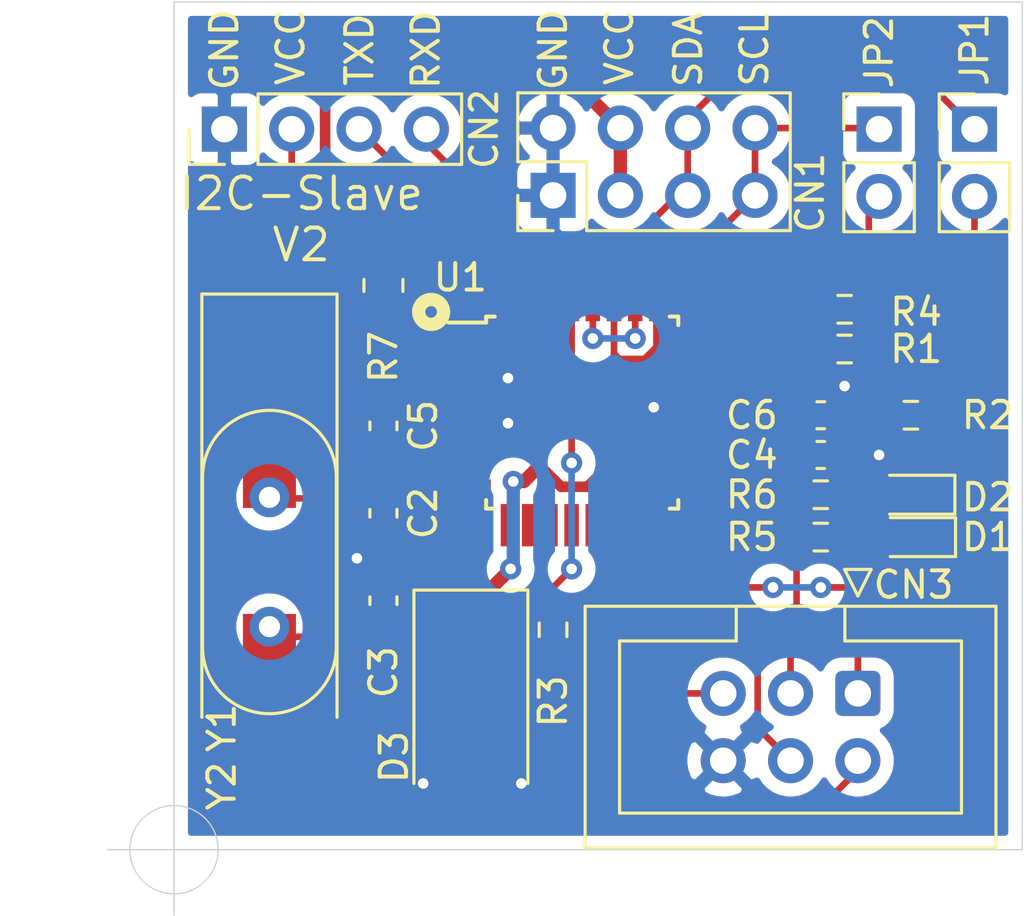
<source format=kicad_pcb>
(kicad_pcb (version 20171130) (host pcbnew 5.1.9+dfsg1-1~bpo10+1)

  (general
    (thickness 1.6)
    (drawings 17)
    (tracks 199)
    (zones 0)
    (modules 23)
    (nets 19)
  )

  (page A4)
  (title_block
    (title "I2C slave with error injection")
    (date 2021-06-30)
    (rev 2)
    (company "Michael Schwingen")
    (comment 1 <michael@schwingen.org>)
  )

  (layers
    (0 F.Cu signal)
    (31 B.Cu signal)
    (32 B.Adhes user)
    (33 F.Adhes user)
    (34 B.Paste user)
    (35 F.Paste user)
    (36 B.SilkS user)
    (37 F.SilkS user)
    (38 B.Mask user)
    (39 F.Mask user)
    (40 Dwgs.User user)
    (41 Cmts.User user)
    (42 Eco1.User user)
    (43 Eco2.User user)
    (44 Edge.Cuts user)
    (45 Margin user)
    (46 B.CrtYd user)
    (47 F.CrtYd user)
    (48 B.Fab user)
    (49 F.Fab user)
  )

  (setup
    (last_trace_width 0.25)
    (user_trace_width 0.25)
    (user_trace_width 0.4)
    (user_trace_width 0.5)
    (user_trace_width 0.75)
    (user_trace_width 1)
    (trace_clearance 0.2)
    (zone_clearance 0.508)
    (zone_45_only no)
    (trace_min 0.2)
    (via_size 0.8)
    (via_drill 0.4)
    (via_min_size 0.8)
    (via_min_drill 0.3)
    (user_via 0.8 0.3)
    (user_via 1 0.5)
    (uvia_size 0.3)
    (uvia_drill 0.1)
    (uvias_allowed no)
    (uvia_min_size 0.2)
    (uvia_min_drill 0.1)
    (edge_width 0.05)
    (segment_width 0.2)
    (pcb_text_width 0.3)
    (pcb_text_size 1.5 1.5)
    (mod_edge_width 0.12)
    (mod_text_size 1 1)
    (mod_text_width 0.15)
    (pad_size 1.524 1.524)
    (pad_drill 0.762)
    (pad_to_mask_clearance 0.05)
    (aux_axis_origin 92.5 136.5)
    (grid_origin 92.5 136.5)
    (visible_elements FFFFFF7F)
    (pcbplotparams
      (layerselection 0x010fc_ffffffff)
      (usegerberextensions true)
      (usegerberattributes false)
      (usegerberadvancedattributes false)
      (creategerberjobfile true)
      (excludeedgelayer true)
      (linewidth 0.100000)
      (plotframeref false)
      (viasonmask false)
      (mode 1)
      (useauxorigin false)
      (hpglpennumber 1)
      (hpglpenspeed 20)
      (hpglpendiameter 15.000000)
      (psnegative false)
      (psa4output false)
      (plotreference true)
      (plotvalue true)
      (plotinvisibletext false)
      (padsonsilk false)
      (subtractmaskfromsilk false)
      (outputformat 1)
      (mirror false)
      (drillshape 0)
      (scaleselection 1)
      (outputdirectory "Fabrication/"))
  )

  (net 0 "")
  (net 1 GND)
  (net 2 /RXD)
  (net 3 /TXD)
  (net 4 "Net-(D1-Pad2)")
  (net 5 "Net-(C2-Pad2)")
  (net 6 "Net-(C3-Pad2)")
  (net 7 VCC)
  (net 8 /SCK)
  (net 9 /RESET-)
  (net 10 /MISO)
  (net 11 /MOSI)
  (net 12 "Net-(C6-Pad2)")
  (net 13 /SDA)
  (net 14 /SCL)
  (net 15 "Net-(JP1-Pad2)")
  (net 16 "Net-(JP2-Pad2)")
  (net 17 "Net-(D2-Pad2)")
  (net 18 "Net-(CN1-Pad3)")

  (net_class Default "This is the default net class."
    (clearance 0.2)
    (trace_width 0.25)
    (via_dia 0.8)
    (via_drill 0.4)
    (uvia_dia 0.3)
    (uvia_drill 0.1)
    (add_net /MISO)
    (add_net /MOSI)
    (add_net /RESET-)
    (add_net /RXD)
    (add_net /SCK)
    (add_net /SCL)
    (add_net /SDA)
    (add_net /TXD)
    (add_net GND)
    (add_net "Net-(C2-Pad2)")
    (add_net "Net-(C3-Pad2)")
    (add_net "Net-(C6-Pad2)")
    (add_net "Net-(CN1-Pad3)")
    (add_net "Net-(D1-Pad2)")
    (add_net "Net-(D2-Pad2)")
    (add_net "Net-(JP1-Pad2)")
    (add_net "Net-(JP2-Pad2)")
    (add_net "Net-(U1-Pad1)")
    (add_net "Net-(U1-Pad10)")
    (add_net "Net-(U1-Pad11)")
    (add_net "Net-(U1-Pad12)")
    (add_net "Net-(U1-Pad13)")
    (add_net "Net-(U1-Pad14)")
    (add_net "Net-(U1-Pad19)")
    (add_net "Net-(U1-Pad2)")
    (add_net "Net-(U1-Pad22)")
    (add_net "Net-(U1-Pad23)")
    (add_net "Net-(U1-Pad24)")
    (add_net "Net-(U1-Pad32)")
    (add_net "Net-(U1-Pad9)")
    (add_net VCC)
  )

  (module Resistor_SMD:R_0805_2012Metric_Pad1.20x1.40mm_HandSolder (layer F.Cu) (tedit 5F68FEEE) (tstamp 60C16F01)
    (at 100.4 115.2 270)
    (descr "Resistor SMD 0805 (2012 Metric), square (rectangular) end terminal, IPC_7351 nominal with elongated pad for handsoldering. (Body size source: IPC-SM-782 page 72, https://www.pcb-3d.com/wordpress/wp-content/uploads/ipc-sm-782a_amendment_1_and_2.pdf), generated with kicad-footprint-generator")
    (tags "resistor handsolder")
    (path /60C76311)
    (attr smd)
    (fp_text reference R7 (at 2.7 0 270) (layer F.SilkS)
      (effects (font (size 1 1) (thickness 0.15)))
    )
    (fp_text value 180 (at 0.1 1.4 90) (layer F.Fab)
      (effects (font (size 1 1) (thickness 0.15)))
    )
    (fp_line (start 1.85 0.95) (end -1.85 0.95) (layer F.CrtYd) (width 0.05))
    (fp_line (start 1.85 -0.95) (end 1.85 0.95) (layer F.CrtYd) (width 0.05))
    (fp_line (start -1.85 -0.95) (end 1.85 -0.95) (layer F.CrtYd) (width 0.05))
    (fp_line (start -1.85 0.95) (end -1.85 -0.95) (layer F.CrtYd) (width 0.05))
    (fp_line (start -0.227064 0.735) (end 0.227064 0.735) (layer F.SilkS) (width 0.12))
    (fp_line (start -0.227064 -0.735) (end 0.227064 -0.735) (layer F.SilkS) (width 0.12))
    (fp_line (start 1 0.625) (end -1 0.625) (layer F.Fab) (width 0.1))
    (fp_line (start 1 -0.625) (end 1 0.625) (layer F.Fab) (width 0.1))
    (fp_line (start -1 -0.625) (end 1 -0.625) (layer F.Fab) (width 0.1))
    (fp_line (start -1 0.625) (end -1 -0.625) (layer F.Fab) (width 0.1))
    (fp_text user %R (at 0 0 90) (layer F.Fab)
      (effects (font (size 0.5 0.5) (thickness 0.08)))
    )
    (pad 2 smd roundrect (at 1 0 270) (size 1.2 1.4) (layers F.Cu F.Paste F.Mask) (roundrect_rratio 0.2083325)
      (net 7 VCC))
    (pad 1 smd roundrect (at -1 0 270) (size 1.2 1.4) (layers F.Cu F.Paste F.Mask) (roundrect_rratio 0.2083325)
      (net 18 "Net-(CN1-Pad3)"))
    (model ${KISYS3DMOD}/Resistor_SMD.3dshapes/R_0805_2012Metric.wrl
      (at (xyz 0 0 0))
      (scale (xyz 1 1 1))
      (rotate (xyz 0 0 0))
    )
  )

  (module Diode_SMD:D_SMB_Handsoldering (layer F.Cu) (tedit 590B3D55) (tstamp 60C15CC2)
    (at 103.7 131.3 270)
    (descr "Diode SMB (DO-214AA) Handsoldering")
    (tags "Diode SMB (DO-214AA) Handsoldering")
    (path /60C6E86F)
    (attr smd)
    (fp_text reference D3 (at 1.7 2.9 90) (layer F.SilkS)
      (effects (font (size 1 1) (thickness 0.15)))
    )
    (fp_text value SMBJ5.0A (at 1.1 2.9 90) (layer F.Fab)
      (effects (font (size 1 1) (thickness 0.15)))
    )
    (fp_line (start -4.6 -2.15) (end 2.7 -2.15) (layer F.SilkS) (width 0.12))
    (fp_line (start -4.6 2.15) (end 2.7 2.15) (layer F.SilkS) (width 0.12))
    (fp_line (start -0.64944 0.00102) (end 0.50118 -0.79908) (layer F.Fab) (width 0.1))
    (fp_line (start -0.64944 0.00102) (end 0.50118 0.75032) (layer F.Fab) (width 0.1))
    (fp_line (start 0.50118 0.75032) (end 0.50118 -0.79908) (layer F.Fab) (width 0.1))
    (fp_line (start -0.64944 -0.79908) (end -0.64944 0.80112) (layer F.Fab) (width 0.1))
    (fp_line (start 0.50118 0.00102) (end 1.4994 0.00102) (layer F.Fab) (width 0.1))
    (fp_line (start -0.64944 0.00102) (end -1.55114 0.00102) (layer F.Fab) (width 0.1))
    (fp_line (start -4.7 2.25) (end -4.7 -2.25) (layer F.CrtYd) (width 0.05))
    (fp_line (start 4.7 2.25) (end -4.7 2.25) (layer F.CrtYd) (width 0.05))
    (fp_line (start 4.7 -2.25) (end 4.7 2.25) (layer F.CrtYd) (width 0.05))
    (fp_line (start -4.7 -2.25) (end 4.7 -2.25) (layer F.CrtYd) (width 0.05))
    (fp_line (start 2.3 -2) (end -2.3 -2) (layer F.Fab) (width 0.1))
    (fp_line (start 2.3 -2) (end 2.3 2) (layer F.Fab) (width 0.1))
    (fp_line (start -2.3 2) (end -2.3 -2) (layer F.Fab) (width 0.1))
    (fp_line (start 2.3 2) (end -2.3 2) (layer F.Fab) (width 0.1))
    (fp_line (start -4.6 -2.15) (end -4.6 2.15) (layer F.SilkS) (width 0.12))
    (fp_text user %R (at 0 -1.3 90) (layer F.Fab)
      (effects (font (size 1 1) (thickness 0.15)))
    )
    (pad 2 smd rect (at 2.7 0 270) (size 3.5 2.3) (layers F.Cu F.Paste F.Mask)
      (net 1 GND))
    (pad 1 smd rect (at -2.7 0 270) (size 3.5 2.3) (layers F.Cu F.Paste F.Mask)
      (net 7 VCC))
    (model ${KISYS3DMOD}/Diode_SMD.3dshapes/D_SMB.wrl
      (at (xyz 0 0 0))
      (scale (xyz 1 1 1))
      (rotate (xyz 0 0 0))
    )
  )

  (module Connector_PinHeader_2.54mm:PinHeader_2x04_P2.54mm_Vertical (layer F.Cu) (tedit 59FED5CC) (tstamp 60C1771F)
    (at 106.8 111.8 90)
    (descr "Through hole straight pin header, 2x04, 2.54mm pitch, double rows")
    (tags "Through hole pin header THT 2x04 2.54mm double row")
    (path /60C35A80)
    (fp_text reference CN1 (at 0.1 9.7 270) (layer F.SilkS)
      (effects (font (size 1 1) (thickness 0.15)))
    )
    (fp_text value I2C (at 1.27 9.95 90) (layer F.Fab) hide
      (effects (font (size 1 1) (thickness 0.15)))
    )
    (fp_line (start 4.35 -1.8) (end -1.8 -1.8) (layer F.CrtYd) (width 0.05))
    (fp_line (start 4.35 9.4) (end 4.35 -1.8) (layer F.CrtYd) (width 0.05))
    (fp_line (start -1.8 9.4) (end 4.35 9.4) (layer F.CrtYd) (width 0.05))
    (fp_line (start -1.8 -1.8) (end -1.8 9.4) (layer F.CrtYd) (width 0.05))
    (fp_line (start -1.33 -1.33) (end 0 -1.33) (layer F.SilkS) (width 0.12))
    (fp_line (start -1.33 0) (end -1.33 -1.33) (layer F.SilkS) (width 0.12))
    (fp_line (start 1.27 -1.33) (end 3.87 -1.33) (layer F.SilkS) (width 0.12))
    (fp_line (start 1.27 1.27) (end 1.27 -1.33) (layer F.SilkS) (width 0.12))
    (fp_line (start -1.33 1.27) (end 1.27 1.27) (layer F.SilkS) (width 0.12))
    (fp_line (start 3.87 -1.33) (end 3.87 8.95) (layer F.SilkS) (width 0.12))
    (fp_line (start -1.33 1.27) (end -1.33 8.95) (layer F.SilkS) (width 0.12))
    (fp_line (start -1.33 8.95) (end 3.87 8.95) (layer F.SilkS) (width 0.12))
    (fp_line (start -1.27 0) (end 0 -1.27) (layer F.Fab) (width 0.1))
    (fp_line (start -1.27 8.89) (end -1.27 0) (layer F.Fab) (width 0.1))
    (fp_line (start 3.81 8.89) (end -1.27 8.89) (layer F.Fab) (width 0.1))
    (fp_line (start 3.81 -1.27) (end 3.81 8.89) (layer F.Fab) (width 0.1))
    (fp_line (start 0 -1.27) (end 3.81 -1.27) (layer F.Fab) (width 0.1))
    (fp_text user %R (at 1.27 3.81) (layer F.Fab)
      (effects (font (size 1 1) (thickness 0.15)))
    )
    (pad 8 thru_hole oval (at 2.54 7.62 90) (size 1.7 1.7) (drill 1) (layers *.Cu *.Mask)
      (net 14 /SCL))
    (pad 7 thru_hole oval (at 0 7.62 90) (size 1.7 1.7) (drill 1) (layers *.Cu *.Mask)
      (net 14 /SCL))
    (pad 6 thru_hole oval (at 2.54 5.08 90) (size 1.7 1.7) (drill 1) (layers *.Cu *.Mask)
      (net 13 /SDA))
    (pad 5 thru_hole oval (at 0 5.08 90) (size 1.7 1.7) (drill 1) (layers *.Cu *.Mask)
      (net 13 /SDA))
    (pad 4 thru_hole oval (at 2.54 2.54 90) (size 1.7 1.7) (drill 1) (layers *.Cu *.Mask)
      (net 18 "Net-(CN1-Pad3)"))
    (pad 3 thru_hole oval (at 0 2.54 90) (size 1.7 1.7) (drill 1) (layers *.Cu *.Mask)
      (net 18 "Net-(CN1-Pad3)"))
    (pad 2 thru_hole oval (at 2.54 0 90) (size 1.7 1.7) (drill 1) (layers *.Cu *.Mask)
      (net 1 GND))
    (pad 1 thru_hole rect (at 0 0 90) (size 1.7 1.7) (drill 1) (layers *.Cu *.Mask)
      (net 1 GND))
    (model ${KISYS3DMOD}/Connector_PinHeader_2.54mm.3dshapes/PinHeader_2x04_P2.54mm_Vertical.wrl
      (at (xyz 0 0 0))
      (scale (xyz 1 1 1))
      (rotate (xyz 0 0 0))
    )
  )

  (module Resistor_SMD:R_0603_1608Metric_Pad0.98x0.95mm_HandSolder (layer F.Cu) (tedit 5F68FEEE) (tstamp 60D219F8)
    (at 116.9 123.1 180)
    (descr "Resistor SMD 0603 (1608 Metric), square (rectangular) end terminal, IPC_7351 nominal with elongated pad for handsoldering. (Body size source: IPC-SM-782 page 72, https://www.pcb-3d.com/wordpress/wp-content/uploads/ipc-sm-782a_amendment_1_and_2.pdf), generated with kicad-footprint-generator")
    (tags "resistor handsolder")
    (path /60C09EF7)
    (attr smd)
    (fp_text reference R6 (at 2.6 0) (layer F.SilkS)
      (effects (font (size 1 1) (thickness 0.15)))
    )
    (fp_text value 10k (at 2.4 -0.1) (layer F.Fab)
      (effects (font (size 1 1) (thickness 0.15)))
    )
    (fp_line (start -0.8 0.4125) (end -0.8 -0.4125) (layer F.Fab) (width 0.1))
    (fp_line (start -0.8 -0.4125) (end 0.8 -0.4125) (layer F.Fab) (width 0.1))
    (fp_line (start 0.8 -0.4125) (end 0.8 0.4125) (layer F.Fab) (width 0.1))
    (fp_line (start 0.8 0.4125) (end -0.8 0.4125) (layer F.Fab) (width 0.1))
    (fp_line (start -0.254724 -0.5225) (end 0.254724 -0.5225) (layer F.SilkS) (width 0.12))
    (fp_line (start -0.254724 0.5225) (end 0.254724 0.5225) (layer F.SilkS) (width 0.12))
    (fp_line (start -1.65 0.73) (end -1.65 -0.73) (layer F.CrtYd) (width 0.05))
    (fp_line (start -1.65 -0.73) (end 1.65 -0.73) (layer F.CrtYd) (width 0.05))
    (fp_line (start 1.65 -0.73) (end 1.65 0.73) (layer F.CrtYd) (width 0.05))
    (fp_line (start 1.65 0.73) (end -1.65 0.73) (layer F.CrtYd) (width 0.05))
    (fp_text user %R (at 0 0) (layer F.Fab)
      (effects (font (size 0.4 0.4) (thickness 0.06)))
    )
    (pad 2 smd roundrect (at 0.9125 0 180) (size 0.975 0.95) (layers F.Cu F.Paste F.Mask) (roundrect_rratio 0.25)
      (net 7 VCC))
    (pad 1 smd roundrect (at -0.9125 0 180) (size 0.975 0.95) (layers F.Cu F.Paste F.Mask) (roundrect_rratio 0.25)
      (net 17 "Net-(D2-Pad2)"))
    (model ${KISYS3DMOD}/Resistor_SMD.3dshapes/R_0603_1608Metric.wrl
      (at (xyz 0 0 0))
      (scale (xyz 1 1 1))
      (rotate (xyz 0 0 0))
    )
  )

  (module LED_SMD:LED_0603_1608Metric_Pad1.05x0.95mm_HandSolder (layer F.Cu) (tedit 5F68FEF1) (tstamp 60C11640)
    (at 120.3 123.1 180)
    (descr "LED SMD 0603 (1608 Metric), square (rectangular) end terminal, IPC_7351 nominal, (Body size source: http://www.tortai-tech.com/upload/download/2011102023233369053.pdf), generated with kicad-footprint-generator")
    (tags "LED handsolder")
    (path /60C09EF1)
    (attr smd)
    (fp_text reference D2 (at -2.9 -0.1) (layer F.SilkS)
      (effects (font (size 1 1) (thickness 0.15)))
    )
    (fp_text value LED (at -2.8 -0.1) (layer F.Fab)
      (effects (font (size 1 1) (thickness 0.15)))
    )
    (fp_line (start 0.8 -0.4) (end -0.5 -0.4) (layer F.Fab) (width 0.1))
    (fp_line (start -0.5 -0.4) (end -0.8 -0.1) (layer F.Fab) (width 0.1))
    (fp_line (start -0.8 -0.1) (end -0.8 0.4) (layer F.Fab) (width 0.1))
    (fp_line (start -0.8 0.4) (end 0.8 0.4) (layer F.Fab) (width 0.1))
    (fp_line (start 0.8 0.4) (end 0.8 -0.4) (layer F.Fab) (width 0.1))
    (fp_line (start 0.8 -0.735) (end -1.66 -0.735) (layer F.SilkS) (width 0.12))
    (fp_line (start -1.66 -0.735) (end -1.66 0.735) (layer F.SilkS) (width 0.12))
    (fp_line (start -1.66 0.735) (end 0.8 0.735) (layer F.SilkS) (width 0.12))
    (fp_line (start -1.65 0.73) (end -1.65 -0.73) (layer F.CrtYd) (width 0.05))
    (fp_line (start -1.65 -0.73) (end 1.65 -0.73) (layer F.CrtYd) (width 0.05))
    (fp_line (start 1.65 -0.73) (end 1.65 0.73) (layer F.CrtYd) (width 0.05))
    (fp_line (start 1.65 0.73) (end -1.65 0.73) (layer F.CrtYd) (width 0.05))
    (fp_text user %R (at 0 0) (layer F.Fab)
      (effects (font (size 0.4 0.4) (thickness 0.06)))
    )
    (pad 2 smd roundrect (at 0.875 0 180) (size 1.05 0.95) (layers F.Cu F.Paste F.Mask) (roundrect_rratio 0.25)
      (net 17 "Net-(D2-Pad2)"))
    (pad 1 smd roundrect (at -0.875 0 180) (size 1.05 0.95) (layers F.Cu F.Paste F.Mask) (roundrect_rratio 0.25)
      (net 1 GND))
    (model ${KISYS3DMOD}/LED_SMD.3dshapes/LED_0603_1608Metric.wrl
      (at (xyz 0 0 0))
      (scale (xyz 1 1 1))
      (rotate (xyz 0 0 0))
    )
  )

  (module LED_SMD:LED_0603_1608Metric_Pad1.05x0.95mm_HandSolder (layer F.Cu) (tedit 5F68FEF1) (tstamp 60C11676)
    (at 120.325 124.7 180)
    (descr "LED SMD 0603 (1608 Metric), square (rectangular) end terminal, IPC_7351 nominal, (Body size source: http://www.tortai-tech.com/upload/download/2011102023233369053.pdf), generated with kicad-footprint-generator")
    (tags "LED handsolder")
    (path /5E57A233)
    (attr smd)
    (fp_text reference D1 (at -2.875 0) (layer F.SilkS)
      (effects (font (size 1 1) (thickness 0.15)))
    )
    (fp_text value LED (at -2.775 0) (layer F.Fab)
      (effects (font (size 1 1) (thickness 0.15)))
    )
    (fp_line (start 0.8 -0.4) (end -0.5 -0.4) (layer F.Fab) (width 0.1))
    (fp_line (start -0.5 -0.4) (end -0.8 -0.1) (layer F.Fab) (width 0.1))
    (fp_line (start -0.8 -0.1) (end -0.8 0.4) (layer F.Fab) (width 0.1))
    (fp_line (start -0.8 0.4) (end 0.8 0.4) (layer F.Fab) (width 0.1))
    (fp_line (start 0.8 0.4) (end 0.8 -0.4) (layer F.Fab) (width 0.1))
    (fp_line (start 0.8 -0.735) (end -1.66 -0.735) (layer F.SilkS) (width 0.12))
    (fp_line (start -1.66 -0.735) (end -1.66 0.735) (layer F.SilkS) (width 0.12))
    (fp_line (start -1.66 0.735) (end 0.8 0.735) (layer F.SilkS) (width 0.12))
    (fp_line (start -1.65 0.73) (end -1.65 -0.73) (layer F.CrtYd) (width 0.05))
    (fp_line (start -1.65 -0.73) (end 1.65 -0.73) (layer F.CrtYd) (width 0.05))
    (fp_line (start 1.65 -0.73) (end 1.65 0.73) (layer F.CrtYd) (width 0.05))
    (fp_line (start 1.65 0.73) (end -1.65 0.73) (layer F.CrtYd) (width 0.05))
    (fp_text user %R (at 0 0) (layer F.Fab)
      (effects (font (size 0.4 0.4) (thickness 0.06)))
    )
    (pad 2 smd roundrect (at 0.875 0 180) (size 1.05 0.95) (layers F.Cu F.Paste F.Mask) (roundrect_rratio 0.25)
      (net 4 "Net-(D1-Pad2)"))
    (pad 1 smd roundrect (at -0.875 0 180) (size 1.05 0.95) (layers F.Cu F.Paste F.Mask) (roundrect_rratio 0.25)
      (net 1 GND))
    (model ${KISYS3DMOD}/LED_SMD.3dshapes/LED_0603_1608Metric.wrl
      (at (xyz 0 0 0))
      (scale (xyz 1 1 1))
      (rotate (xyz 0 0 0))
    )
  )

  (module Resistor_SMD:R_0603_1608Metric_Pad0.98x0.95mm_HandSolder (layer F.Cu) (tedit 5F68FEEE) (tstamp 60C1194A)
    (at 117.8 116.1 180)
    (descr "Resistor SMD 0603 (1608 Metric), square (rectangular) end terminal, IPC_7351 nominal with elongated pad for handsoldering. (Body size source: IPC-SM-782 page 72, https://www.pcb-3d.com/wordpress/wp-content/uploads/ipc-sm-782a_amendment_1_and_2.pdf), generated with kicad-footprint-generator")
    (tags "resistor handsolder")
    (path /60C2DFDB)
    (attr smd)
    (fp_text reference R4 (at -2.7 -0.1) (layer F.SilkS)
      (effects (font (size 1 1) (thickness 0.15)))
    )
    (fp_text value 4.7k (at -2.6 0) (layer F.Fab)
      (effects (font (size 1 1) (thickness 0.15)))
    )
    (fp_line (start -0.8 0.4125) (end -0.8 -0.4125) (layer F.Fab) (width 0.1))
    (fp_line (start -0.8 -0.4125) (end 0.8 -0.4125) (layer F.Fab) (width 0.1))
    (fp_line (start 0.8 -0.4125) (end 0.8 0.4125) (layer F.Fab) (width 0.1))
    (fp_line (start 0.8 0.4125) (end -0.8 0.4125) (layer F.Fab) (width 0.1))
    (fp_line (start -0.254724 -0.5225) (end 0.254724 -0.5225) (layer F.SilkS) (width 0.12))
    (fp_line (start -0.254724 0.5225) (end 0.254724 0.5225) (layer F.SilkS) (width 0.12))
    (fp_line (start -1.65 0.73) (end -1.65 -0.73) (layer F.CrtYd) (width 0.05))
    (fp_line (start -1.65 -0.73) (end 1.65 -0.73) (layer F.CrtYd) (width 0.05))
    (fp_line (start 1.65 -0.73) (end 1.65 0.73) (layer F.CrtYd) (width 0.05))
    (fp_line (start 1.65 0.73) (end -1.65 0.73) (layer F.CrtYd) (width 0.05))
    (fp_text user %R (at 0 0) (layer F.Fab)
      (effects (font (size 0.4 0.4) (thickness 0.06)))
    )
    (pad 2 smd roundrect (at 0.9125 0 180) (size 0.975 0.95) (layers F.Cu F.Paste F.Mask) (roundrect_rratio 0.25)
      (net 7 VCC))
    (pad 1 smd roundrect (at -0.9125 0 180) (size 0.975 0.95) (layers F.Cu F.Paste F.Mask) (roundrect_rratio 0.25)
      (net 16 "Net-(JP2-Pad2)"))
    (model ${KISYS3DMOD}/Resistor_SMD.3dshapes/R_0603_1608Metric.wrl
      (at (xyz 0 0 0))
      (scale (xyz 1 1 1))
      (rotate (xyz 0 0 0))
    )
  )

  (module Resistor_SMD:R_0603_1608Metric_Pad0.98x0.95mm_HandSolder (layer F.Cu) (tedit 5F68FEEE) (tstamp 60C1197A)
    (at 117.8 117.6 180)
    (descr "Resistor SMD 0603 (1608 Metric), square (rectangular) end terminal, IPC_7351 nominal with elongated pad for handsoldering. (Body size source: IPC-SM-782 page 72, https://www.pcb-3d.com/wordpress/wp-content/uploads/ipc-sm-782a_amendment_1_and_2.pdf), generated with kicad-footprint-generator")
    (tags "resistor handsolder")
    (path /60C2D9BB)
    (attr smd)
    (fp_text reference R1 (at -2.7 0) (layer F.SilkS)
      (effects (font (size 1 1) (thickness 0.15)))
    )
    (fp_text value 4.7k (at -2.5 -0.1) (layer F.Fab)
      (effects (font (size 1 1) (thickness 0.15)))
    )
    (fp_line (start -0.8 0.4125) (end -0.8 -0.4125) (layer F.Fab) (width 0.1))
    (fp_line (start -0.8 -0.4125) (end 0.8 -0.4125) (layer F.Fab) (width 0.1))
    (fp_line (start 0.8 -0.4125) (end 0.8 0.4125) (layer F.Fab) (width 0.1))
    (fp_line (start 0.8 0.4125) (end -0.8 0.4125) (layer F.Fab) (width 0.1))
    (fp_line (start -0.254724 -0.5225) (end 0.254724 -0.5225) (layer F.SilkS) (width 0.12))
    (fp_line (start -0.254724 0.5225) (end 0.254724 0.5225) (layer F.SilkS) (width 0.12))
    (fp_line (start -1.65 0.73) (end -1.65 -0.73) (layer F.CrtYd) (width 0.05))
    (fp_line (start -1.65 -0.73) (end 1.65 -0.73) (layer F.CrtYd) (width 0.05))
    (fp_line (start 1.65 -0.73) (end 1.65 0.73) (layer F.CrtYd) (width 0.05))
    (fp_line (start 1.65 0.73) (end -1.65 0.73) (layer F.CrtYd) (width 0.05))
    (fp_text user %R (at 0 0) (layer F.Fab)
      (effects (font (size 0.4 0.4) (thickness 0.06)))
    )
    (pad 2 smd roundrect (at 0.9125 0 180) (size 0.975 0.95) (layers F.Cu F.Paste F.Mask) (roundrect_rratio 0.25)
      (net 7 VCC))
    (pad 1 smd roundrect (at -0.9125 0 180) (size 0.975 0.95) (layers F.Cu F.Paste F.Mask) (roundrect_rratio 0.25)
      (net 15 "Net-(JP1-Pad2)"))
    (model ${KISYS3DMOD}/Resistor_SMD.3dshapes/R_0603_1608Metric.wrl
      (at (xyz 0 0 0))
      (scale (xyz 1 1 1))
      (rotate (xyz 0 0 0))
    )
  )

  (module Connector_PinHeader_2.54mm:PinHeader_1x02_P2.54mm_Vertical (layer F.Cu) (tedit 59FED5CC) (tstamp 60C13594)
    (at 119.1 109.3)
    (descr "Through hole straight pin header, 1x02, 2.54mm pitch, single row")
    (tags "Through hole pin header THT 1x02 2.54mm single row")
    (path /60C2CD78)
    (fp_text reference JP2 (at 0 -2.9 90) (layer F.SilkS)
      (effects (font (size 1 1) (thickness 0.15)))
    )
    (fp_text value Jumper_2_Open (at 8.8 4.2 90) (layer F.Fab) hide
      (effects (font (size 1 1) (thickness 0.15)))
    )
    (fp_line (start -0.635 -1.27) (end 1.27 -1.27) (layer F.Fab) (width 0.1))
    (fp_line (start 1.27 -1.27) (end 1.27 3.81) (layer F.Fab) (width 0.1))
    (fp_line (start 1.27 3.81) (end -1.27 3.81) (layer F.Fab) (width 0.1))
    (fp_line (start -1.27 3.81) (end -1.27 -0.635) (layer F.Fab) (width 0.1))
    (fp_line (start -1.27 -0.635) (end -0.635 -1.27) (layer F.Fab) (width 0.1))
    (fp_line (start -1.33 3.87) (end 1.33 3.87) (layer F.SilkS) (width 0.12))
    (fp_line (start -1.33 1.27) (end -1.33 3.87) (layer F.SilkS) (width 0.12))
    (fp_line (start 1.33 1.27) (end 1.33 3.87) (layer F.SilkS) (width 0.12))
    (fp_line (start -1.33 1.27) (end 1.33 1.27) (layer F.SilkS) (width 0.12))
    (fp_line (start -1.33 0) (end -1.33 -1.33) (layer F.SilkS) (width 0.12))
    (fp_line (start -1.33 -1.33) (end 0 -1.33) (layer F.SilkS) (width 0.12))
    (fp_line (start -1.8 -1.8) (end -1.8 4.35) (layer F.CrtYd) (width 0.05))
    (fp_line (start -1.8 4.35) (end 1.8 4.35) (layer F.CrtYd) (width 0.05))
    (fp_line (start 1.8 4.35) (end 1.8 -1.8) (layer F.CrtYd) (width 0.05))
    (fp_line (start 1.8 -1.8) (end -1.8 -1.8) (layer F.CrtYd) (width 0.05))
    (fp_text user %R (at 0 1.27 90) (layer F.Fab)
      (effects (font (size 1 1) (thickness 0.15)))
    )
    (pad 2 thru_hole oval (at 0 2.54) (size 1.7 1.7) (drill 1) (layers *.Cu *.Mask)
      (net 16 "Net-(JP2-Pad2)"))
    (pad 1 thru_hole rect (at 0 0) (size 1.7 1.7) (drill 1) (layers *.Cu *.Mask)
      (net 14 /SCL))
    (model ${KISYS3DMOD}/Connector_PinHeader_2.54mm.3dshapes/PinHeader_1x02_P2.54mm_Vertical.wrl
      (at (xyz 0 0 0))
      (scale (xyz 1 1 1))
      (rotate (xyz 0 0 0))
    )
  )

  (module Connector_PinHeader_2.54mm:PinHeader_1x02_P2.54mm_Vertical (layer F.Cu) (tedit 59FED5CC) (tstamp 60C119EE)
    (at 122.7 109.3)
    (descr "Through hole straight pin header, 1x02, 2.54mm pitch, single row")
    (tags "Through hole pin header THT 1x02 2.54mm single row")
    (path /60C2BFB2)
    (fp_text reference JP1 (at 0 -3 90) (layer F.SilkS)
      (effects (font (size 1 1) (thickness 0.15)))
    )
    (fp_text value Jumper_2_Open (at 7.3 4.4 90) (layer F.Fab) hide
      (effects (font (size 1 1) (thickness 0.15)))
    )
    (fp_line (start -0.635 -1.27) (end 1.27 -1.27) (layer F.Fab) (width 0.1))
    (fp_line (start 1.27 -1.27) (end 1.27 3.81) (layer F.Fab) (width 0.1))
    (fp_line (start 1.27 3.81) (end -1.27 3.81) (layer F.Fab) (width 0.1))
    (fp_line (start -1.27 3.81) (end -1.27 -0.635) (layer F.Fab) (width 0.1))
    (fp_line (start -1.27 -0.635) (end -0.635 -1.27) (layer F.Fab) (width 0.1))
    (fp_line (start -1.33 3.87) (end 1.33 3.87) (layer F.SilkS) (width 0.12))
    (fp_line (start -1.33 1.27) (end -1.33 3.87) (layer F.SilkS) (width 0.12))
    (fp_line (start 1.33 1.27) (end 1.33 3.87) (layer F.SilkS) (width 0.12))
    (fp_line (start -1.33 1.27) (end 1.33 1.27) (layer F.SilkS) (width 0.12))
    (fp_line (start -1.33 0) (end -1.33 -1.33) (layer F.SilkS) (width 0.12))
    (fp_line (start -1.33 -1.33) (end 0 -1.33) (layer F.SilkS) (width 0.12))
    (fp_line (start -1.8 -1.8) (end -1.8 4.35) (layer F.CrtYd) (width 0.05))
    (fp_line (start -1.8 4.35) (end 1.8 4.35) (layer F.CrtYd) (width 0.05))
    (fp_line (start 1.8 4.35) (end 1.8 -1.8) (layer F.CrtYd) (width 0.05))
    (fp_line (start 1.8 -1.8) (end -1.8 -1.8) (layer F.CrtYd) (width 0.05))
    (fp_text user %R (at 0 1.27 90) (layer F.Fab)
      (effects (font (size 1 1) (thickness 0.15)))
    )
    (pad 2 thru_hole oval (at 0 2.54) (size 1.7 1.7) (drill 1) (layers *.Cu *.Mask)
      (net 15 "Net-(JP1-Pad2)"))
    (pad 1 thru_hole rect (at 0 0) (size 1.7 1.7) (drill 1) (layers *.Cu *.Mask)
      (net 13 /SDA))
    (model ${KISYS3DMOD}/Connector_PinHeader_2.54mm.3dshapes/PinHeader_1x02_P2.54mm_Vertical.wrl
      (at (xyz 0 0 0))
      (scale (xyz 1 1 1))
      (rotate (xyz 0 0 0))
    )
  )

  (module Connector_IDC:IDC-Header_2x03_P2.54mm_Vertical (layer F.Cu) (tedit 5EAC9A07) (tstamp 60C1A873)
    (at 118.3 130.6 270)
    (descr "Through hole IDC box header, 2x03, 2.54mm pitch, DIN 41651 / IEC 60603-13, double rows, https://docs.google.com/spreadsheets/d/16SsEcesNF15N3Lb4niX7dcUr-NY5_MFPQhobNuNppn4/edit#gid=0")
    (tags "Through hole vertical IDC box header THT 2x03 2.54mm double row")
    (path /5F7A81A6)
    (fp_text reference CN3 (at -4.1 -2.1) (layer F.SilkS)
      (effects (font (size 1 1) (thickness 0.15)))
    )
    (fp_text value AVR-ISP-6 (at 1.4 9.3 90) (layer F.Fab) hide
      (effects (font (size 1 1) (thickness 0.15)))
    )
    (fp_line (start 6.22 -5.6) (end -3.68 -5.6) (layer F.CrtYd) (width 0.05))
    (fp_line (start 6.22 10.69) (end 6.22 -5.6) (layer F.CrtYd) (width 0.05))
    (fp_line (start -3.68 10.69) (end 6.22 10.69) (layer F.CrtYd) (width 0.05))
    (fp_line (start -3.68 -5.6) (end -3.68 10.69) (layer F.CrtYd) (width 0.05))
    (fp_line (start -4.68 0.5) (end -3.68 0) (layer F.SilkS) (width 0.12))
    (fp_line (start -4.68 -0.5) (end -4.68 0.5) (layer F.SilkS) (width 0.12))
    (fp_line (start -3.68 0) (end -4.68 -0.5) (layer F.SilkS) (width 0.12))
    (fp_line (start -1.98 4.59) (end -3.29 4.59) (layer F.SilkS) (width 0.12))
    (fp_line (start -1.98 4.59) (end -1.98 4.59) (layer F.SilkS) (width 0.12))
    (fp_line (start -1.98 8.99) (end -1.98 4.59) (layer F.SilkS) (width 0.12))
    (fp_line (start 4.52 8.99) (end -1.98 8.99) (layer F.SilkS) (width 0.12))
    (fp_line (start 4.52 -3.91) (end 4.52 8.99) (layer F.SilkS) (width 0.12))
    (fp_line (start -1.98 -3.91) (end 4.52 -3.91) (layer F.SilkS) (width 0.12))
    (fp_line (start -1.98 0.49) (end -1.98 -3.91) (layer F.SilkS) (width 0.12))
    (fp_line (start -3.29 0.49) (end -1.98 0.49) (layer F.SilkS) (width 0.12))
    (fp_line (start -3.29 10.29) (end -3.29 -5.21) (layer F.SilkS) (width 0.12))
    (fp_line (start 5.83 10.29) (end -3.29 10.29) (layer F.SilkS) (width 0.12))
    (fp_line (start 5.83 -5.21) (end 5.83 10.29) (layer F.SilkS) (width 0.12))
    (fp_line (start -3.29 -5.21) (end 5.83 -5.21) (layer F.SilkS) (width 0.12))
    (fp_line (start -1.98 4.59) (end -3.18 4.59) (layer F.Fab) (width 0.1))
    (fp_line (start -1.98 4.59) (end -1.98 4.59) (layer F.Fab) (width 0.1))
    (fp_line (start -1.98 8.99) (end -1.98 4.59) (layer F.Fab) (width 0.1))
    (fp_line (start 4.52 8.99) (end -1.98 8.99) (layer F.Fab) (width 0.1))
    (fp_line (start 4.52 -3.91) (end 4.52 8.99) (layer F.Fab) (width 0.1))
    (fp_line (start -1.98 -3.91) (end 4.52 -3.91) (layer F.Fab) (width 0.1))
    (fp_line (start -1.98 0.49) (end -1.98 -3.91) (layer F.Fab) (width 0.1))
    (fp_line (start -3.18 0.49) (end -1.98 0.49) (layer F.Fab) (width 0.1))
    (fp_line (start -3.18 10.18) (end -3.18 -4.1) (layer F.Fab) (width 0.1))
    (fp_line (start 5.72 10.18) (end -3.18 10.18) (layer F.Fab) (width 0.1))
    (fp_line (start 5.72 -5.1) (end 5.72 10.18) (layer F.Fab) (width 0.1))
    (fp_line (start -2.18 -5.1) (end 5.72 -5.1) (layer F.Fab) (width 0.1))
    (fp_line (start -3.18 -4.1) (end -2.18 -5.1) (layer F.Fab) (width 0.1))
    (fp_text user %R (at 1.27 2.54) (layer F.Fab)
      (effects (font (size 1 1) (thickness 0.15)))
    )
    (pad 6 thru_hole circle (at 2.54 5.08 270) (size 1.7 1.7) (drill 1) (layers *.Cu *.Mask)
      (net 1 GND))
    (pad 4 thru_hole circle (at 2.54 2.54 270) (size 1.7 1.7) (drill 1) (layers *.Cu *.Mask)
      (net 11 /MOSI))
    (pad 2 thru_hole circle (at 2.54 0 270) (size 1.7 1.7) (drill 1) (layers *.Cu *.Mask)
      (net 7 VCC))
    (pad 5 thru_hole circle (at 0 5.08 270) (size 1.7 1.7) (drill 1) (layers *.Cu *.Mask)
      (net 9 /RESET-))
    (pad 3 thru_hole circle (at 0 2.54 270) (size 1.7 1.7) (drill 1) (layers *.Cu *.Mask)
      (net 8 /SCK))
    (pad 1 thru_hole roundrect (at 0 0 270) (size 1.7 1.7) (drill 1) (layers *.Cu *.Mask) (roundrect_rratio 0.1470588235294118)
      (net 10 /MISO))
    (model ${KISYS3DMOD}/Connector_IDC.3dshapes/IDC-Header_2x03_P2.54mm_Vertical.wrl
      (at (xyz 0 0 0))
      (scale (xyz 1 1 1))
      (rotate (xyz 0 0 0))
    )
  )

  (module Package_QFP:TQFP-32_7x7mm_P0.8mm (layer F.Cu) (tedit 5A02F146) (tstamp 60C11418)
    (at 107.9 120)
    (descr "32-Lead Plastic Thin Quad Flatpack (PT) - 7x7x1.0 mm Body, 2.00 mm [TQFP] (see Microchip Packaging Specification 00000049BS.pdf)")
    (tags "QFP 0.8")
    (path /60C04DA5)
    (attr smd)
    (fp_text reference U1 (at -4.6 -5.1) (layer F.SilkS)
      (effects (font (size 1 1) (thickness 0.15)))
    )
    (fp_text value ATmega88-AU (at 0.5 -4.4) (layer F.Fab)
      (effects (font (size 1 1) (thickness 0.15)))
    )
    (fp_line (start -2.5 -3.5) (end 3.5 -3.5) (layer F.Fab) (width 0.15))
    (fp_line (start 3.5 -3.5) (end 3.5 3.5) (layer F.Fab) (width 0.15))
    (fp_line (start 3.5 3.5) (end -3.5 3.5) (layer F.Fab) (width 0.15))
    (fp_line (start -3.5 3.5) (end -3.5 -2.5) (layer F.Fab) (width 0.15))
    (fp_line (start -3.5 -2.5) (end -2.5 -3.5) (layer F.Fab) (width 0.15))
    (fp_line (start -5.3 -5.3) (end -5.3 5.3) (layer F.CrtYd) (width 0.05))
    (fp_line (start 5.3 -5.3) (end 5.3 5.3) (layer F.CrtYd) (width 0.05))
    (fp_line (start -5.3 -5.3) (end 5.3 -5.3) (layer F.CrtYd) (width 0.05))
    (fp_line (start -5.3 5.3) (end 5.3 5.3) (layer F.CrtYd) (width 0.05))
    (fp_line (start -3.625 -3.625) (end -3.625 -3.4) (layer F.SilkS) (width 0.15))
    (fp_line (start 3.625 -3.625) (end 3.625 -3.3) (layer F.SilkS) (width 0.15))
    (fp_line (start 3.625 3.625) (end 3.625 3.3) (layer F.SilkS) (width 0.15))
    (fp_line (start -3.625 3.625) (end -3.625 3.3) (layer F.SilkS) (width 0.15))
    (fp_line (start -3.625 -3.625) (end -3.3 -3.625) (layer F.SilkS) (width 0.15))
    (fp_line (start -3.625 3.625) (end -3.3 3.625) (layer F.SilkS) (width 0.15))
    (fp_line (start 3.625 3.625) (end 3.3 3.625) (layer F.SilkS) (width 0.15))
    (fp_line (start 3.625 -3.625) (end 3.3 -3.625) (layer F.SilkS) (width 0.15))
    (fp_line (start -3.625 -3.4) (end -5.05 -3.4) (layer F.SilkS) (width 0.15))
    (fp_text user %R (at -0.5 -0.1) (layer F.Fab)
      (effects (font (size 1 1) (thickness 0.15)))
    )
    (pad 32 smd rect (at -2.8 -4.25 90) (size 1.6 0.55) (layers F.Cu F.Paste F.Mask))
    (pad 31 smd rect (at -2 -4.25 90) (size 1.6 0.55) (layers F.Cu F.Paste F.Mask)
      (net 3 /TXD))
    (pad 30 smd rect (at -1.2 -4.25 90) (size 1.6 0.55) (layers F.Cu F.Paste F.Mask)
      (net 2 /RXD))
    (pad 29 smd rect (at -0.4 -4.25 90) (size 1.6 0.55) (layers F.Cu F.Paste F.Mask)
      (net 9 /RESET-))
    (pad 28 smd rect (at 0.4 -4.25 90) (size 1.6 0.55) (layers F.Cu F.Paste F.Mask)
      (net 14 /SCL))
    (pad 27 smd rect (at 1.2 -4.25 90) (size 1.6 0.55) (layers F.Cu F.Paste F.Mask)
      (net 13 /SDA))
    (pad 26 smd rect (at 2 -4.25 90) (size 1.6 0.55) (layers F.Cu F.Paste F.Mask)
      (net 14 /SCL))
    (pad 25 smd rect (at 2.8 -4.25 90) (size 1.6 0.55) (layers F.Cu F.Paste F.Mask)
      (net 13 /SDA))
    (pad 24 smd rect (at 4.25 -2.8) (size 1.6 0.55) (layers F.Cu F.Paste F.Mask))
    (pad 23 smd rect (at 4.25 -2) (size 1.6 0.55) (layers F.Cu F.Paste F.Mask))
    (pad 22 smd rect (at 4.25 -1.2) (size 1.6 0.55) (layers F.Cu F.Paste F.Mask))
    (pad 21 smd rect (at 4.25 -0.4) (size 1.6 0.55) (layers F.Cu F.Paste F.Mask)
      (net 1 GND))
    (pad 20 smd rect (at 4.25 0.4) (size 1.6 0.55) (layers F.Cu F.Paste F.Mask)
      (net 12 "Net-(C6-Pad2)"))
    (pad 19 smd rect (at 4.25 1.2) (size 1.6 0.55) (layers F.Cu F.Paste F.Mask))
    (pad 18 smd rect (at 4.25 2) (size 1.6 0.55) (layers F.Cu F.Paste F.Mask)
      (net 7 VCC))
    (pad 17 smd rect (at 4.25 2.8) (size 1.6 0.55) (layers F.Cu F.Paste F.Mask)
      (net 8 /SCK))
    (pad 16 smd rect (at 2.8 4.25 90) (size 1.6 0.55) (layers F.Cu F.Paste F.Mask)
      (net 10 /MISO))
    (pad 15 smd rect (at 2 4.25 90) (size 1.6 0.55) (layers F.Cu F.Paste F.Mask)
      (net 11 /MOSI))
    (pad 14 smd rect (at 1.2 4.25 90) (size 1.6 0.55) (layers F.Cu F.Paste F.Mask))
    (pad 13 smd rect (at 0.4 4.25 90) (size 1.6 0.55) (layers F.Cu F.Paste F.Mask))
    (pad 12 smd rect (at -0.4 4.25 90) (size 1.6 0.55) (layers F.Cu F.Paste F.Mask))
    (pad 11 smd rect (at -1.2 4.25 90) (size 1.6 0.55) (layers F.Cu F.Paste F.Mask))
    (pad 10 smd rect (at -2 4.25 90) (size 1.6 0.55) (layers F.Cu F.Paste F.Mask))
    (pad 9 smd rect (at -2.8 4.25 90) (size 1.6 0.55) (layers F.Cu F.Paste F.Mask))
    (pad 8 smd rect (at -4.25 2.8) (size 1.6 0.55) (layers F.Cu F.Paste F.Mask)
      (net 6 "Net-(C3-Pad2)"))
    (pad 7 smd rect (at -4.25 2) (size 1.6 0.55) (layers F.Cu F.Paste F.Mask)
      (net 5 "Net-(C2-Pad2)"))
    (pad 6 smd rect (at -4.25 1.2) (size 1.6 0.55) (layers F.Cu F.Paste F.Mask)
      (net 7 VCC))
    (pad 5 smd rect (at -4.25 0.4) (size 1.6 0.55) (layers F.Cu F.Paste F.Mask)
      (net 1 GND))
    (pad 4 smd rect (at -4.25 -0.4) (size 1.6 0.55) (layers F.Cu F.Paste F.Mask)
      (net 7 VCC))
    (pad 3 smd rect (at -4.25 -1.2) (size 1.6 0.55) (layers F.Cu F.Paste F.Mask)
      (net 1 GND))
    (pad 2 smd rect (at -4.25 -2) (size 1.6 0.55) (layers F.Cu F.Paste F.Mask))
    (pad 1 smd rect (at -4.25 -2.8) (size 1.6 0.55) (layers F.Cu F.Paste F.Mask))
    (model ${KISYS3DMOD}/Package_QFP.3dshapes/TQFP-32_7x7mm_P0.8mm.wrl
      (at (xyz 0 0 0))
      (scale (xyz 1 1 1))
      (rotate (xyz 0 0 0))
    )
  )

  (module Resistor_SMD:R_0603_1608Metric_Pad0.98x0.95mm_HandSolder (layer F.Cu) (tedit 5F68FEEE) (tstamp 60C1177F)
    (at 116.9 124.7 180)
    (descr "Resistor SMD 0603 (1608 Metric), square (rectangular) end terminal, IPC_7351 nominal with elongated pad for handsoldering. (Body size source: IPC-SM-782 page 72, https://www.pcb-3d.com/wordpress/wp-content/uploads/ipc-sm-782a_amendment_1_and_2.pdf), generated with kicad-footprint-generator")
    (tags "resistor handsolder")
    (path /5E57AEA6)
    (attr smd)
    (fp_text reference R5 (at 2.6 0) (layer F.SilkS)
      (effects (font (size 1 1) (thickness 0.15)))
    )
    (fp_text value 2.2k (at 2.6 0) (layer F.Fab)
      (effects (font (size 1 1) (thickness 0.15)))
    )
    (fp_line (start 1.65 0.73) (end -1.65 0.73) (layer F.CrtYd) (width 0.05))
    (fp_line (start 1.65 -0.73) (end 1.65 0.73) (layer F.CrtYd) (width 0.05))
    (fp_line (start -1.65 -0.73) (end 1.65 -0.73) (layer F.CrtYd) (width 0.05))
    (fp_line (start -1.65 0.73) (end -1.65 -0.73) (layer F.CrtYd) (width 0.05))
    (fp_line (start -0.254724 0.5225) (end 0.254724 0.5225) (layer F.SilkS) (width 0.12))
    (fp_line (start -0.254724 -0.5225) (end 0.254724 -0.5225) (layer F.SilkS) (width 0.12))
    (fp_line (start 0.8 0.4125) (end -0.8 0.4125) (layer F.Fab) (width 0.1))
    (fp_line (start 0.8 -0.4125) (end 0.8 0.4125) (layer F.Fab) (width 0.1))
    (fp_line (start -0.8 -0.4125) (end 0.8 -0.4125) (layer F.Fab) (width 0.1))
    (fp_line (start -0.8 0.4125) (end -0.8 -0.4125) (layer F.Fab) (width 0.1))
    (fp_text user %R (at 0 0) (layer F.Fab)
      (effects (font (size 0.4 0.4) (thickness 0.06)))
    )
    (pad 2 smd roundrect (at 0.9125 0 180) (size 0.975 0.95) (layers F.Cu F.Paste F.Mask) (roundrect_rratio 0.25)
      (net 8 /SCK))
    (pad 1 smd roundrect (at -0.9125 0 180) (size 0.975 0.95) (layers F.Cu F.Paste F.Mask) (roundrect_rratio 0.25)
      (net 4 "Net-(D1-Pad2)"))
    (model ${KISYS3DMOD}/Resistor_SMD.3dshapes/R_0603_1608Metric.wrl
      (at (xyz 0 0 0))
      (scale (xyz 1 1 1))
      (rotate (xyz 0 0 0))
    )
  )

  (module Crystal:Crystal_SMD_HC49-SD_HandSoldering (layer F.Cu) (tedit 5A1AD52C) (tstamp 60C11499)
    (at 96.1 125.6 270)
    (descr "SMD Crystal HC-49-SD http://cdn-reichelt.de/documents/datenblatt/B400/xxx-HC49-SMD.pdf, hand-soldering, 11.4x4.7mm^2 package")
    (tags "SMD SMT crystal hand-soldering")
    (path /5FAFB9E7)
    (attr smd)
    (fp_text reference Y2 (at 8.5 1.8 90) (layer F.SilkS)
      (effects (font (size 1 1) (thickness 0.15)))
    )
    (fp_text value 7.3728MHz (at 0.3 1.5 270) (layer F.Fab)
      (effects (font (size 1 1) (thickness 0.15)))
    )
    (fp_line (start 10.2 -2.6) (end -10.2 -2.6) (layer F.CrtYd) (width 0.05))
    (fp_line (start 10.2 2.6) (end 10.2 -2.6) (layer F.CrtYd) (width 0.05))
    (fp_line (start -10.2 2.6) (end 10.2 2.6) (layer F.CrtYd) (width 0.05))
    (fp_line (start -10.2 -2.6) (end -10.2 2.6) (layer F.CrtYd) (width 0.05))
    (fp_line (start -10.075 2.55) (end 5.9 2.55) (layer F.SilkS) (width 0.12))
    (fp_line (start -10.075 -2.55) (end -10.075 2.55) (layer F.SilkS) (width 0.12))
    (fp_line (start 5.9 -2.55) (end -10.075 -2.55) (layer F.SilkS) (width 0.12))
    (fp_line (start -3.015 2.115) (end 3.015 2.115) (layer F.Fab) (width 0.1))
    (fp_line (start -3.015 -2.115) (end 3.015 -2.115) (layer F.Fab) (width 0.1))
    (fp_line (start 5.7 -2.35) (end -5.7 -2.35) (layer F.Fab) (width 0.1))
    (fp_line (start 5.7 2.35) (end 5.7 -2.35) (layer F.Fab) (width 0.1))
    (fp_line (start -5.7 2.35) (end 5.7 2.35) (layer F.Fab) (width 0.1))
    (fp_line (start -5.7 -2.35) (end -5.7 2.35) (layer F.Fab) (width 0.1))
    (fp_arc (start 3.015 0) (end 3.015 -2.115) (angle 180) (layer F.Fab) (width 0.1))
    (fp_arc (start -3.015 0) (end -3.015 -2.115) (angle -180) (layer F.Fab) (width 0.1))
    (fp_text user %R (at -1.3 0.1 90) (layer F.Fab)
      (effects (font (size 1 1) (thickness 0.15)))
    )
    (pad 2 smd rect (at 5.9375 0 270) (size 7.875 2) (layers F.Cu F.Paste F.Mask)
      (net 6 "Net-(C3-Pad2)"))
    (pad 1 smd rect (at -5.9375 0 270) (size 7.875 2) (layers F.Cu F.Paste F.Mask)
      (net 5 "Net-(C2-Pad2)"))
    (model ${KISYS3DMOD}/Crystal.3dshapes/Crystal_SMD_HC49-SD.wrl
      (at (xyz 0 0 0))
      (scale (xyz 1 1 1))
      (rotate (xyz 0 0 0))
    )
  )

  (module Connector_PinHeader_2.54mm:PinHeader_1x04_P2.54mm_Vertical (layer F.Cu) (tedit 59FED5CC) (tstamp 60C17FD2)
    (at 94.4 109.3 90)
    (descr "Through hole straight pin header, 1x04, 2.54mm pitch, single row")
    (tags "Through hole pin header THT 1x04 2.54mm single row")
    (path /5FAD3193)
    (fp_text reference CN2 (at 0 9.8 270) (layer F.SilkS)
      (effects (font (size 1 1) (thickness 0.15)))
    )
    (fp_text value UART (at -2.1 4.1 180) (layer F.Fab) hide
      (effects (font (size 1 1) (thickness 0.15)))
    )
    (fp_line (start 1.8 -1.8) (end -1.8 -1.8) (layer F.CrtYd) (width 0.05))
    (fp_line (start 1.8 9.4) (end 1.8 -1.8) (layer F.CrtYd) (width 0.05))
    (fp_line (start -1.8 9.4) (end 1.8 9.4) (layer F.CrtYd) (width 0.05))
    (fp_line (start -1.8 -1.8) (end -1.8 9.4) (layer F.CrtYd) (width 0.05))
    (fp_line (start -1.33 -1.33) (end 0 -1.33) (layer F.SilkS) (width 0.12))
    (fp_line (start -1.33 0) (end -1.33 -1.33) (layer F.SilkS) (width 0.12))
    (fp_line (start -1.33 1.27) (end 1.33 1.27) (layer F.SilkS) (width 0.12))
    (fp_line (start 1.33 1.27) (end 1.33 8.95) (layer F.SilkS) (width 0.12))
    (fp_line (start -1.33 1.27) (end -1.33 8.95) (layer F.SilkS) (width 0.12))
    (fp_line (start -1.33 8.95) (end 1.33 8.95) (layer F.SilkS) (width 0.12))
    (fp_line (start -1.27 -0.635) (end -0.635 -1.27) (layer F.Fab) (width 0.1))
    (fp_line (start -1.27 8.89) (end -1.27 -0.635) (layer F.Fab) (width 0.1))
    (fp_line (start 1.27 8.89) (end -1.27 8.89) (layer F.Fab) (width 0.1))
    (fp_line (start 1.27 -1.27) (end 1.27 8.89) (layer F.Fab) (width 0.1))
    (fp_line (start -0.635 -1.27) (end 1.27 -1.27) (layer F.Fab) (width 0.1))
    (fp_text user %R (at 0 3.81) (layer F.Fab)
      (effects (font (size 1 1) (thickness 0.15)))
    )
    (pad 4 thru_hole oval (at 0 7.62 90) (size 1.7 1.7) (drill 1) (layers *.Cu *.Mask)
      (net 2 /RXD))
    (pad 3 thru_hole oval (at 0 5.08 90) (size 1.7 1.7) (drill 1) (layers *.Cu *.Mask)
      (net 3 /TXD))
    (pad 2 thru_hole oval (at 0 2.54 90) (size 1.7 1.7) (drill 1) (layers *.Cu *.Mask)
      (net 7 VCC))
    (pad 1 thru_hole rect (at 0 0 90) (size 1.7 1.7) (drill 1) (layers *.Cu *.Mask)
      (net 1 GND))
    (model ${KISYS3DMOD}/Connector_PinHeader_2.54mm.3dshapes/PinHeader_1x04_P2.54mm_Vertical.wrl
      (at (xyz 0 0 0))
      (scale (xyz 1 1 1))
      (rotate (xyz 0 0 0))
    )
  )

  (module Capacitor_SMD:C_0603_1608Metric_Pad1.08x0.95mm_HandSolder (layer F.Cu) (tedit 5F68FEEF) (tstamp 60C14966)
    (at 116.9 120.1 180)
    (descr "Capacitor SMD 0603 (1608 Metric), square (rectangular) end terminal, IPC_7351 nominal with elongated pad for handsoldering. (Body size source: IPC-SM-782 page 76, https://www.pcb-3d.com/wordpress/wp-content/uploads/ipc-sm-782a_amendment_1_and_2.pdf), generated with kicad-footprint-generator")
    (tags "capacitor handsolder")
    (path /5F89FEFF)
    (attr smd)
    (fp_text reference C6 (at 2.6 0) (layer F.SilkS)
      (effects (font (size 1 1) (thickness 0.15)))
    )
    (fp_text value 100nF (at 3.2 0.1) (layer F.Fab)
      (effects (font (size 1 1) (thickness 0.15)))
    )
    (fp_line (start 1.65 0.73) (end -1.65 0.73) (layer F.CrtYd) (width 0.05))
    (fp_line (start 1.65 -0.73) (end 1.65 0.73) (layer F.CrtYd) (width 0.05))
    (fp_line (start -1.65 -0.73) (end 1.65 -0.73) (layer F.CrtYd) (width 0.05))
    (fp_line (start -1.65 0.73) (end -1.65 -0.73) (layer F.CrtYd) (width 0.05))
    (fp_line (start -0.146267 0.51) (end 0.146267 0.51) (layer F.SilkS) (width 0.12))
    (fp_line (start -0.146267 -0.51) (end 0.146267 -0.51) (layer F.SilkS) (width 0.12))
    (fp_line (start 0.8 0.4) (end -0.8 0.4) (layer F.Fab) (width 0.1))
    (fp_line (start 0.8 -0.4) (end 0.8 0.4) (layer F.Fab) (width 0.1))
    (fp_line (start -0.8 -0.4) (end 0.8 -0.4) (layer F.Fab) (width 0.1))
    (fp_line (start -0.8 0.4) (end -0.8 -0.4) (layer F.Fab) (width 0.1))
    (fp_text user %R (at 0 0) (layer F.Fab)
      (effects (font (size 0.4 0.4) (thickness 0.06)))
    )
    (pad 2 smd roundrect (at 0.8625 0 180) (size 1.075 0.95) (layers F.Cu F.Paste F.Mask) (roundrect_rratio 0.25)
      (net 12 "Net-(C6-Pad2)"))
    (pad 1 smd roundrect (at -0.8625 0 180) (size 1.075 0.95) (layers F.Cu F.Paste F.Mask) (roundrect_rratio 0.25)
      (net 1 GND))
    (model ${KISYS3DMOD}/Capacitor_SMD.3dshapes/C_0603_1608Metric.wrl
      (at (xyz 0 0 0))
      (scale (xyz 1 1 1))
      (rotate (xyz 0 0 0))
    )
  )

  (module Resistor_SMD:R_0603_1608Metric_Pad0.98x0.95mm_HandSolder (layer F.Cu) (tedit 5F68FEEE) (tstamp 60C11518)
    (at 106.8 128.2 270)
    (descr "Resistor SMD 0603 (1608 Metric), square (rectangular) end terminal, IPC_7351 nominal with elongated pad for handsoldering. (Body size source: IPC-SM-782 page 72, https://www.pcb-3d.com/wordpress/wp-content/uploads/ipc-sm-782a_amendment_1_and_2.pdf), generated with kicad-footprint-generator")
    (tags "resistor handsolder")
    (path /5F7B4A02)
    (attr smd)
    (fp_text reference R3 (at 2.7 0 90) (layer F.SilkS)
      (effects (font (size 1 1) (thickness 0.15)))
    )
    (fp_text value 10k (at -0.8 1.4 90) (layer F.Fab)
      (effects (font (size 1 1) (thickness 0.15)))
    )
    (fp_line (start 1.65 0.73) (end -1.65 0.73) (layer F.CrtYd) (width 0.05))
    (fp_line (start 1.65 -0.73) (end 1.65 0.73) (layer F.CrtYd) (width 0.05))
    (fp_line (start -1.65 -0.73) (end 1.65 -0.73) (layer F.CrtYd) (width 0.05))
    (fp_line (start -1.65 0.73) (end -1.65 -0.73) (layer F.CrtYd) (width 0.05))
    (fp_line (start -0.254724 0.5225) (end 0.254724 0.5225) (layer F.SilkS) (width 0.12))
    (fp_line (start -0.254724 -0.5225) (end 0.254724 -0.5225) (layer F.SilkS) (width 0.12))
    (fp_line (start 0.8 0.4125) (end -0.8 0.4125) (layer F.Fab) (width 0.1))
    (fp_line (start 0.8 -0.4125) (end 0.8 0.4125) (layer F.Fab) (width 0.1))
    (fp_line (start -0.8 -0.4125) (end 0.8 -0.4125) (layer F.Fab) (width 0.1))
    (fp_line (start -0.8 0.4125) (end -0.8 -0.4125) (layer F.Fab) (width 0.1))
    (fp_text user %R (at 0 0 90) (layer F.Fab)
      (effects (font (size 0.4 0.4) (thickness 0.06)))
    )
    (pad 2 smd roundrect (at 0.9125 0 270) (size 0.975 0.95) (layers F.Cu F.Paste F.Mask) (roundrect_rratio 0.25)
      (net 7 VCC))
    (pad 1 smd roundrect (at -0.9125 0 270) (size 0.975 0.95) (layers F.Cu F.Paste F.Mask) (roundrect_rratio 0.25)
      (net 9 /RESET-))
    (model ${KISYS3DMOD}/Resistor_SMD.3dshapes/R_0603_1608Metric.wrl
      (at (xyz 0 0 0))
      (scale (xyz 1 1 1))
      (rotate (xyz 0 0 0))
    )
  )

  (module Resistor_SMD:R_0603_1608Metric_Pad0.98x0.95mm_HandSolder (layer F.Cu) (tedit 5F68FEEE) (tstamp 60C114E8)
    (at 120.3 120.1)
    (descr "Resistor SMD 0603 (1608 Metric), square (rectangular) end terminal, IPC_7351 nominal with elongated pad for handsoldering. (Body size source: IPC-SM-782 page 72, https://www.pcb-3d.com/wordpress/wp-content/uploads/ipc-sm-782a_amendment_1_and_2.pdf), generated with kicad-footprint-generator")
    (tags "resistor handsolder")
    (path /5F7BE375)
    (attr smd)
    (fp_text reference R2 (at 2.9 0) (layer F.SilkS)
      (effects (font (size 1 1) (thickness 0.15)))
    )
    (fp_text value 10k (at 2.4 0) (layer F.Fab)
      (effects (font (size 1 1) (thickness 0.15)))
    )
    (fp_line (start 1.65 0.73) (end -1.65 0.73) (layer F.CrtYd) (width 0.05))
    (fp_line (start 1.65 -0.73) (end 1.65 0.73) (layer F.CrtYd) (width 0.05))
    (fp_line (start -1.65 -0.73) (end 1.65 -0.73) (layer F.CrtYd) (width 0.05))
    (fp_line (start -1.65 0.73) (end -1.65 -0.73) (layer F.CrtYd) (width 0.05))
    (fp_line (start -0.254724 0.5225) (end 0.254724 0.5225) (layer F.SilkS) (width 0.12))
    (fp_line (start -0.254724 -0.5225) (end 0.254724 -0.5225) (layer F.SilkS) (width 0.12))
    (fp_line (start 0.8 0.4125) (end -0.8 0.4125) (layer F.Fab) (width 0.1))
    (fp_line (start 0.8 -0.4125) (end 0.8 0.4125) (layer F.Fab) (width 0.1))
    (fp_line (start -0.8 -0.4125) (end 0.8 -0.4125) (layer F.Fab) (width 0.1))
    (fp_line (start -0.8 0.4125) (end -0.8 -0.4125) (layer F.Fab) (width 0.1))
    (fp_text user %R (at 0 0) (layer F.Fab)
      (effects (font (size 0.4 0.4) (thickness 0.06)))
    )
    (pad 2 smd roundrect (at 0.9125 0) (size 0.975 0.95) (layers F.Cu F.Paste F.Mask) (roundrect_rratio 0.25)
      (net 10 /MISO))
    (pad 1 smd roundrect (at -0.9125 0) (size 0.975 0.95) (layers F.Cu F.Paste F.Mask) (roundrect_rratio 0.25)
      (net 1 GND))
    (model ${KISYS3DMOD}/Resistor_SMD.3dshapes/R_0603_1608Metric.wrl
      (at (xyz 0 0 0))
      (scale (xyz 1 1 1))
      (rotate (xyz 0 0 0))
    )
  )

  (module Crystal:Crystal_HC49-4H_Vertical (layer F.Cu) (tedit 5A1AD3B7) (tstamp 60C115E4)
    (at 96.1 123.2 270)
    (descr "Crystal THT HC-49-4H http://5hertz.com/pdfs/04404_D.pdf")
    (tags "THT crystalHC-49-4H")
    (path /5F7C2074)
    (fp_text reference Y1 (at 8.7 1.8 90) (layer F.SilkS)
      (effects (font (size 1 1) (thickness 0.15)))
    )
    (fp_text value 7.3728MHz (at -5.9 0.1 180) (layer F.Fab) hide
      (effects (font (size 1 1) (thickness 0.15)))
    )
    (fp_line (start 8.5 -2.8) (end -3.6 -2.8) (layer F.CrtYd) (width 0.05))
    (fp_line (start 8.5 2.8) (end 8.5 -2.8) (layer F.CrtYd) (width 0.05))
    (fp_line (start -3.6 2.8) (end 8.5 2.8) (layer F.CrtYd) (width 0.05))
    (fp_line (start -3.6 -2.8) (end -3.6 2.8) (layer F.CrtYd) (width 0.05))
    (fp_line (start -0.76 2.525) (end 5.64 2.525) (layer F.SilkS) (width 0.12))
    (fp_line (start -0.76 -2.525) (end 5.64 -2.525) (layer F.SilkS) (width 0.12))
    (fp_line (start -0.56 2) (end 5.44 2) (layer F.Fab) (width 0.1))
    (fp_line (start -0.56 -2) (end 5.44 -2) (layer F.Fab) (width 0.1))
    (fp_line (start -0.76 2.325) (end 5.64 2.325) (layer F.Fab) (width 0.1))
    (fp_line (start -0.76 -2.325) (end 5.64 -2.325) (layer F.Fab) (width 0.1))
    (fp_arc (start 5.64 0) (end 5.64 -2.525) (angle 180) (layer F.SilkS) (width 0.12))
    (fp_arc (start -0.76 0) (end -0.76 -2.525) (angle -180) (layer F.SilkS) (width 0.12))
    (fp_arc (start 5.44 0) (end 5.44 -2) (angle 180) (layer F.Fab) (width 0.1))
    (fp_arc (start -0.56 0) (end -0.56 -2) (angle -180) (layer F.Fab) (width 0.1))
    (fp_arc (start 5.64 0) (end 5.64 -2.325) (angle 180) (layer F.Fab) (width 0.1))
    (fp_arc (start -0.76 0) (end -0.76 -2.325) (angle -180) (layer F.Fab) (width 0.1))
    (fp_text user %R (at 4.6 0 90) (layer F.Fab)
      (effects (font (size 1 1) (thickness 0.15)))
    )
    (pad 2 thru_hole circle (at 4.88 0 270) (size 1.5 1.5) (drill 0.8) (layers *.Cu *.Mask)
      (net 6 "Net-(C3-Pad2)"))
    (pad 1 thru_hole circle (at 0 0 270) (size 1.5 1.5) (drill 0.8) (layers *.Cu *.Mask)
      (net 5 "Net-(C2-Pad2)"))
    (model ${KISYS3DMOD}/Crystal.3dshapes/Crystal_HC49-4H_Vertical.wrl
      (at (xyz 0 0 0))
      (scale (xyz 1 1 1))
      (rotate (xyz 0 0 0))
    )
  )

  (module Capacitor_SMD:C_0603_1608Metric_Pad1.08x0.95mm_HandSolder (layer F.Cu) (tedit 5F68FEEF) (tstamp 60C117B5)
    (at 100.4 120.5 270)
    (descr "Capacitor SMD 0603 (1608 Metric), square (rectangular) end terminal, IPC_7351 nominal with elongated pad for handsoldering. (Body size source: IPC-SM-782 page 76, https://www.pcb-3d.com/wordpress/wp-content/uploads/ipc-sm-782a_amendment_1_and_2.pdf), generated with kicad-footprint-generator")
    (tags "capacitor handsolder")
    (path /5F7C0374)
    (attr smd)
    (fp_text reference C5 (at 0 -1.5 270) (layer F.SilkS)
      (effects (font (size 1 1) (thickness 0.15)))
    )
    (fp_text value 100nF (at -0.2 1.1 90) (layer F.Fab)
      (effects (font (size 1 1) (thickness 0.15)))
    )
    (fp_line (start 1.65 0.73) (end -1.65 0.73) (layer F.CrtYd) (width 0.05))
    (fp_line (start 1.65 -0.73) (end 1.65 0.73) (layer F.CrtYd) (width 0.05))
    (fp_line (start -1.65 -0.73) (end 1.65 -0.73) (layer F.CrtYd) (width 0.05))
    (fp_line (start -1.65 0.73) (end -1.65 -0.73) (layer F.CrtYd) (width 0.05))
    (fp_line (start -0.146267 0.51) (end 0.146267 0.51) (layer F.SilkS) (width 0.12))
    (fp_line (start -0.146267 -0.51) (end 0.146267 -0.51) (layer F.SilkS) (width 0.12))
    (fp_line (start 0.8 0.4) (end -0.8 0.4) (layer F.Fab) (width 0.1))
    (fp_line (start 0.8 -0.4) (end 0.8 0.4) (layer F.Fab) (width 0.1))
    (fp_line (start -0.8 -0.4) (end 0.8 -0.4) (layer F.Fab) (width 0.1))
    (fp_line (start -0.8 0.4) (end -0.8 -0.4) (layer F.Fab) (width 0.1))
    (fp_text user %R (at 0 0 90) (layer F.Fab)
      (effects (font (size 0.4 0.4) (thickness 0.06)))
    )
    (pad 2 smd roundrect (at 0.8625 0 270) (size 1.075 0.95) (layers F.Cu F.Paste F.Mask) (roundrect_rratio 0.25)
      (net 7 VCC))
    (pad 1 smd roundrect (at -0.8625 0 270) (size 1.075 0.95) (layers F.Cu F.Paste F.Mask) (roundrect_rratio 0.25)
      (net 1 GND))
    (model ${KISYS3DMOD}/Capacitor_SMD.3dshapes/C_0603_1608Metric.wrl
      (at (xyz 0 0 0))
      (scale (xyz 1 1 1))
      (rotate (xyz 0 0 0))
    )
  )

  (module Capacitor_SMD:C_0603_1608Metric_Pad1.08x0.95mm_HandSolder (layer F.Cu) (tedit 5F68FEEF) (tstamp 60C11323)
    (at 116.9 121.6 180)
    (descr "Capacitor SMD 0603 (1608 Metric), square (rectangular) end terminal, IPC_7351 nominal with elongated pad for handsoldering. (Body size source: IPC-SM-782 page 76, https://www.pcb-3d.com/wordpress/wp-content/uploads/ipc-sm-782a_amendment_1_and_2.pdf), generated with kicad-footprint-generator")
    (tags "capacitor handsolder")
    (path /5F7BFC9E)
    (attr smd)
    (fp_text reference C4 (at 2.6 0) (layer F.SilkS)
      (effects (font (size 1 1) (thickness 0.15)))
    )
    (fp_text value 100nF (at 3.2 0) (layer F.Fab)
      (effects (font (size 1 1) (thickness 0.15)))
    )
    (fp_line (start 1.65 0.73) (end -1.65 0.73) (layer F.CrtYd) (width 0.05))
    (fp_line (start 1.65 -0.73) (end 1.65 0.73) (layer F.CrtYd) (width 0.05))
    (fp_line (start -1.65 -0.73) (end 1.65 -0.73) (layer F.CrtYd) (width 0.05))
    (fp_line (start -1.65 0.73) (end -1.65 -0.73) (layer F.CrtYd) (width 0.05))
    (fp_line (start -0.146267 0.51) (end 0.146267 0.51) (layer F.SilkS) (width 0.12))
    (fp_line (start -0.146267 -0.51) (end 0.146267 -0.51) (layer F.SilkS) (width 0.12))
    (fp_line (start 0.8 0.4) (end -0.8 0.4) (layer F.Fab) (width 0.1))
    (fp_line (start 0.8 -0.4) (end 0.8 0.4) (layer F.Fab) (width 0.1))
    (fp_line (start -0.8 -0.4) (end 0.8 -0.4) (layer F.Fab) (width 0.1))
    (fp_line (start -0.8 0.4) (end -0.8 -0.4) (layer F.Fab) (width 0.1))
    (fp_text user %R (at 0 0) (layer F.Fab)
      (effects (font (size 0.4 0.4) (thickness 0.06)))
    )
    (pad 2 smd roundrect (at 0.8625 0 180) (size 1.075 0.95) (layers F.Cu F.Paste F.Mask) (roundrect_rratio 0.25)
      (net 7 VCC))
    (pad 1 smd roundrect (at -0.8625 0 180) (size 1.075 0.95) (layers F.Cu F.Paste F.Mask) (roundrect_rratio 0.25)
      (net 1 GND))
    (model ${KISYS3DMOD}/Capacitor_SMD.3dshapes/C_0603_1608Metric.wrl
      (at (xyz 0 0 0))
      (scale (xyz 1 1 1))
      (rotate (xyz 0 0 0))
    )
  )

  (module Capacitor_SMD:C_0603_1608Metric_Pad1.08x0.95mm_HandSolder (layer F.Cu) (tedit 5F68FEEF) (tstamp 60C11569)
    (at 100.4 127.1 270)
    (descr "Capacitor SMD 0603 (1608 Metric), square (rectangular) end terminal, IPC_7351 nominal with elongated pad for handsoldering. (Body size source: IPC-SM-782 page 76, https://www.pcb-3d.com/wordpress/wp-content/uploads/ipc-sm-782a_amendment_1_and_2.pdf), generated with kicad-footprint-generator")
    (tags "capacitor handsolder")
    (path /5F7C359B)
    (attr smd)
    (fp_text reference C3 (at 2.7 0 90) (layer F.SilkS)
      (effects (font (size 1 1) (thickness 0.15)))
    )
    (fp_text value 22pF (at 0 1.3 90) (layer F.Fab)
      (effects (font (size 1 1) (thickness 0.15)))
    )
    (fp_line (start 1.65 0.73) (end -1.65 0.73) (layer F.CrtYd) (width 0.05))
    (fp_line (start 1.65 -0.73) (end 1.65 0.73) (layer F.CrtYd) (width 0.05))
    (fp_line (start -1.65 -0.73) (end 1.65 -0.73) (layer F.CrtYd) (width 0.05))
    (fp_line (start -1.65 0.73) (end -1.65 -0.73) (layer F.CrtYd) (width 0.05))
    (fp_line (start -0.146267 0.51) (end 0.146267 0.51) (layer F.SilkS) (width 0.12))
    (fp_line (start -0.146267 -0.51) (end 0.146267 -0.51) (layer F.SilkS) (width 0.12))
    (fp_line (start 0.8 0.4) (end -0.8 0.4) (layer F.Fab) (width 0.1))
    (fp_line (start 0.8 -0.4) (end 0.8 0.4) (layer F.Fab) (width 0.1))
    (fp_line (start -0.8 -0.4) (end 0.8 -0.4) (layer F.Fab) (width 0.1))
    (fp_line (start -0.8 0.4) (end -0.8 -0.4) (layer F.Fab) (width 0.1))
    (fp_text user %R (at 0 0 90) (layer F.Fab)
      (effects (font (size 0.4 0.4) (thickness 0.06)))
    )
    (pad 2 smd roundrect (at 0.8625 0 270) (size 1.075 0.95) (layers F.Cu F.Paste F.Mask) (roundrect_rratio 0.25)
      (net 6 "Net-(C3-Pad2)"))
    (pad 1 smd roundrect (at -0.8625 0 270) (size 1.075 0.95) (layers F.Cu F.Paste F.Mask) (roundrect_rratio 0.25)
      (net 1 GND))
    (model ${KISYS3DMOD}/Capacitor_SMD.3dshapes/C_0603_1608Metric.wrl
      (at (xyz 0 0 0))
      (scale (xyz 1 1 1))
      (rotate (xyz 0 0 0))
    )
  )

  (module Capacitor_SMD:C_0603_1608Metric_Pad1.08x0.95mm_HandSolder (layer F.Cu) (tedit 5F68FEEF) (tstamp 60C116EF)
    (at 100.4 123.8 90)
    (descr "Capacitor SMD 0603 (1608 Metric), square (rectangular) end terminal, IPC_7351 nominal with elongated pad for handsoldering. (Body size source: IPC-SM-782 page 76, https://www.pcb-3d.com/wordpress/wp-content/uploads/ipc-sm-782a_amendment_1_and_2.pdf), generated with kicad-footprint-generator")
    (tags "capacitor handsolder")
    (path /5F7C2ED3)
    (attr smd)
    (fp_text reference C2 (at 0 1.5 90) (layer F.SilkS)
      (effects (font (size 1 1) (thickness 0.15)))
    )
    (fp_text value 22pF (at 0.5 1.3 90) (layer F.Fab)
      (effects (font (size 1 1) (thickness 0.15)))
    )
    (fp_line (start 1.65 0.73) (end -1.65 0.73) (layer F.CrtYd) (width 0.05))
    (fp_line (start 1.65 -0.73) (end 1.65 0.73) (layer F.CrtYd) (width 0.05))
    (fp_line (start -1.65 -0.73) (end 1.65 -0.73) (layer F.CrtYd) (width 0.05))
    (fp_line (start -1.65 0.73) (end -1.65 -0.73) (layer F.CrtYd) (width 0.05))
    (fp_line (start -0.146267 0.51) (end 0.146267 0.51) (layer F.SilkS) (width 0.12))
    (fp_line (start -0.146267 -0.51) (end 0.146267 -0.51) (layer F.SilkS) (width 0.12))
    (fp_line (start 0.8 0.4) (end -0.8 0.4) (layer F.Fab) (width 0.1))
    (fp_line (start 0.8 -0.4) (end 0.8 0.4) (layer F.Fab) (width 0.1))
    (fp_line (start -0.8 -0.4) (end 0.8 -0.4) (layer F.Fab) (width 0.1))
    (fp_line (start -0.8 0.4) (end -0.8 -0.4) (layer F.Fab) (width 0.1))
    (fp_text user %R (at 0 0 90) (layer F.Fab)
      (effects (font (size 0.4 0.4) (thickness 0.06)))
    )
    (pad 2 smd roundrect (at 0.8625 0 90) (size 1.075 0.95) (layers F.Cu F.Paste F.Mask) (roundrect_rratio 0.25)
      (net 5 "Net-(C2-Pad2)"))
    (pad 1 smd roundrect (at -0.8625 0 90) (size 1.075 0.95) (layers F.Cu F.Paste F.Mask) (roundrect_rratio 0.25)
      (net 1 GND))
    (model ${KISYS3DMOD}/Capacitor_SMD.3dshapes/C_0603_1608Metric.wrl
      (at (xyz 0 0 0))
      (scale (xyz 1 1 1))
      (rotate (xyz 0 0 0))
    )
  )

  (gr_text "I2C-Slave\nV2" (at 97.3 112.7) (layer F.SilkS)
    (effects (font (size 1.2 1.2) (thickness 0.15)))
  )
  (target plus (at 92.5 136.5) (size 5) (width 0.05) (layer Edge.Cuts))
  (dimension 32 (width 0.15) (layer Dwgs.User)
    (gr_text "32.000 mm" (at 89.6 120.5 90) (layer Dwgs.User)
      (effects (font (size 1 1) (thickness 0.15)))
    )
    (feature1 (pts (xy 92.5 104.5) (xy 90.313579 104.5)))
    (feature2 (pts (xy 92.5 136.5) (xy 90.313579 136.5)))
    (crossbar (pts (xy 90.9 136.5) (xy 90.9 104.5)))
    (arrow1a (pts (xy 90.9 104.5) (xy 91.486421 105.626504)))
    (arrow1b (pts (xy 90.9 104.5) (xy 90.313579 105.626504)))
    (arrow2a (pts (xy 90.9 136.5) (xy 91.486421 135.373496)))
    (arrow2b (pts (xy 90.9 136.5) (xy 90.313579 135.373496)))
  )
  (dimension 32 (width 0.15) (layer Dwgs.User)
    (gr_text "32.000 mm" (at 108.5 139.6) (layer Dwgs.User)
      (effects (font (size 1 1) (thickness 0.15)))
    )
    (feature1 (pts (xy 124.5 136.5) (xy 124.5 138.886421)))
    (feature2 (pts (xy 92.5 136.5) (xy 92.5 138.886421)))
    (crossbar (pts (xy 92.5 138.3) (xy 124.5 138.3)))
    (arrow1a (pts (xy 124.5 138.3) (xy 123.373496 138.886421)))
    (arrow1b (pts (xy 124.5 138.3) (xy 123.373496 137.713579)))
    (arrow2a (pts (xy 92.5 138.3) (xy 93.626504 138.886421)))
    (arrow2b (pts (xy 92.5 138.3) (xy 93.626504 137.713579)))
  )
  (gr_text GND (at 106.8 106.3 90) (layer F.SilkS) (tstamp 60C11DA5)
    (effects (font (size 1 1) (thickness 0.15)))
  )
  (gr_text VCC (at 109.3 106.2 90) (layer F.SilkS) (tstamp 60C11DA2)
    (effects (font (size 1 1) (thickness 0.15)))
  )
  (gr_text SCL (at 114.4 106.3 90) (layer F.SilkS) (tstamp 60C11D9F)
    (effects (font (size 1 1) (thickness 0.15)))
  )
  (gr_text SDA (at 111.9 106.3 90) (layer F.SilkS) (tstamp 60C11D9C)
    (effects (font (size 1 1) (thickness 0.15)))
  )
  (gr_line (start 124.5 104.5) (end 92.5 104.5) (layer Edge.Cuts) (width 0.05) (tstamp 60BF03AE))
  (gr_line (start 124.5 136.5) (end 124.5 104.5) (layer Edge.Cuts) (width 0.05))
  (gr_line (start 92.5 136.5) (end 124.5 136.5) (layer Edge.Cuts) (width 0.05) (tstamp 60C11A19))
  (gr_line (start 92.5 104.5) (end 92.5 136.5) (layer Edge.Cuts) (width 0.05))
  (gr_text RXD (at 102 106.3 90) (layer F.SilkS) (tstamp 60C11D93)
    (effects (font (size 1 1) (thickness 0.15)))
  )
  (gr_text TXD (at 99.5 106.3 90) (layer F.SilkS) (tstamp 60C11D90)
    (effects (font (size 1 1) (thickness 0.15)))
  )
  (gr_text VCC (at 96.9 106.2 90) (layer F.SilkS) (tstamp 60C11D8D)
    (effects (font (size 1 1) (thickness 0.15)))
  )
  (gr_text GND (at 94.4 106.3 90) (layer F.SilkS) (tstamp 60C11D8A)
    (effects (font (size 1 1) (thickness 0.15)))
  )
  (gr_circle (center 102.2 116.2) (end 102.42 116.2) (layer F.SilkS) (width 0.5) (tstamp 60C116B9))

  (segment (start 100.4 126.4375) (end 100.4 125.5) (width 0.25) (layer F.Cu) (net 1) (tstamp 60C115BD))
  (segment (start 100.4 125.5) (end 100.4 124.6625) (width 0.25) (layer F.Cu) (net 1) (tstamp 60C116AD))
  (segment (start 117.7625 120.1) (end 117.7625 121.6) (width 0.4) (layer F.Cu) (net 1) (tstamp 60C11359))
  (via (at 119.1 121.6) (size 0.8) (drill 0.4) (layers F.Cu B.Cu) (net 1) (tstamp 60C116B0))
  (segment (start 117.7625 121.6) (end 119.1 121.6) (width 0.4) (layer F.Cu) (net 1) (tstamp 60C1185A))
  (segment (start 121.2 123.125) (end 121.175 123.1) (width 0.25) (layer F.Cu) (net 1) (tstamp 60C118B4))
  (segment (start 121.2 124.7) (end 121.2 123.125) (width 0.25) (layer F.Cu) (net 1) (tstamp 60C118B1))
  (segment (start 121.175 123.1) (end 121.175 122.375) (width 0.25) (layer F.Cu) (net 1) (tstamp 60C118AE))
  (segment (start 120.4 121.6) (end 119.1 121.6) (width 0.25) (layer F.Cu) (net 1) (tstamp 60C118AB))
  (segment (start 121.175 122.375) (end 120.4 121.6) (width 0.25) (layer F.Cu) (net 1) (tstamp 60C1186C))
  (segment (start 104.999988 118.8) (end 105.1 118.699988) (width 0.4) (layer F.Cu) (net 1) (tstamp 60C11860))
  (via (at 105.1 118.699988) (size 0.8) (drill 0.4) (layers F.Cu B.Cu) (net 1) (tstamp 60C1185D))
  (segment (start 103.65 120.4) (end 104.434577 120.4) (width 0.4) (layer F.Cu) (net 1) (tstamp 60C116AA))
  (via (at 105.1 120.4) (size 0.8) (drill 0.4) (layers F.Cu B.Cu) (net 1) (tstamp 60C116A7))
  (segment (start 103.65 118.8) (end 104.999988 118.8) (width 0.4) (layer F.Cu) (net 1) (tstamp 60C116A4))
  (segment (start 104.434577 120.4) (end 105.1 120.4) (width 0.4) (layer F.Cu) (net 1) (tstamp 60C116A1))
  (segment (start 102.1 120.4) (end 104.434577 120.4) (width 0.4) (layer F.Cu) (net 1) (tstamp 60C1169E))
  (segment (start 100.4 119.6375) (end 101.3375 119.6375) (width 0.4) (layer F.Cu) (net 1) (tstamp 60C1169B))
  (segment (start 101.3375 119.6375) (end 102.1 120.4) (width 0.4) (layer F.Cu) (net 1) (tstamp 60C1162C))
  (via (at 110.599996 119.8) (size 0.8) (drill 0.4) (layers F.Cu B.Cu) (net 1))
  (segment (start 110.799996 119.6) (end 110.599996 119.8) (width 0.4) (layer F.Cu) (net 1))
  (segment (start 112.15 119.6) (end 110.799996 119.6) (width 0.4) (layer F.Cu) (net 1))
  (via (at 101.899992 134) (size 0.8) (drill 0.4) (layers F.Cu B.Cu) (net 1))
  (segment (start 103.7 134) (end 101.899992 134) (width 0.75) (layer F.Cu) (net 1))
  (via (at 105.599994 134) (size 0.8) (drill 0.4) (layers F.Cu B.Cu) (net 1))
  (segment (start 103.7 134) (end 105.599994 134) (width 0.75) (layer F.Cu) (net 1))
  (segment (start 100.4 125.5) (end 99.4 125.5) (width 0.25) (layer F.Cu) (net 1))
  (via (at 99.4 125.5) (size 0.8) (drill 0.4) (layers F.Cu B.Cu) (net 1))
  (segment (start 117.7625 119.0375) (end 117.8 119) (width 0.4) (layer F.Cu) (net 1))
  (via (at 117.8 119) (size 0.8) (drill 0.4) (layers F.Cu B.Cu) (net 1))
  (segment (start 117.7625 120.1) (end 117.7625 119.0375) (width 0.4) (layer F.Cu) (net 1))
  (segment (start 119.3875 121.3125) (end 119.1 121.6) (width 0.25) (layer F.Cu) (net 1))
  (segment (start 119.3875 120.1) (end 119.3875 121.3125) (width 0.25) (layer F.Cu) (net 1))
  (segment (start 106.7 114.9) (end 106.7 115.75) (width 0.25) (layer F.Cu) (net 2))
  (segment (start 102.02 109.3) (end 102.02 109.82) (width 0.25) (layer F.Cu) (net 2))
  (segment (start 106.7 114.5) (end 106.7 114.9) (width 0.25) (layer F.Cu) (net 2))
  (segment (start 102.02 109.82) (end 106.7 114.5) (width 0.25) (layer F.Cu) (net 2))
  (segment (start 104.18 114) (end 99.48 109.3) (width 0.25) (layer F.Cu) (net 3))
  (segment (start 105.15 114) (end 104.18 114) (width 0.25) (layer F.Cu) (net 3))
  (segment (start 105.9 115.75) (end 105.9 114.75) (width 0.25) (layer F.Cu) (net 3))
  (segment (start 105.9 114.75) (end 105.15 114) (width 0.25) (layer F.Cu) (net 3))
  (segment (start 119.45 124.7) (end 117.8125 124.7) (width 0.25) (layer F.Cu) (net 4) (tstamp 60C115C3))
  (segment (start 102.2 122) (end 103.65 122) (width 0.25) (layer F.Cu) (net 5))
  (segment (start 100.4 122.9375) (end 101.2625 122.9375) (width 0.25) (layer F.Cu) (net 5))
  (segment (start 101.2625 122.9375) (end 102.2 122) (width 0.25) (layer F.Cu) (net 5))
  (segment (start 96.1375 123.2375) (end 96.1 123.2) (width 0.25) (layer F.Cu) (net 5))
  (segment (start 98.6375 123.2375) (end 96.1375 123.2375) (width 0.25) (layer F.Cu) (net 5))
  (segment (start 100.4 122.9375) (end 98.9375 122.9375) (width 0.25) (layer F.Cu) (net 5))
  (segment (start 98.9375 122.9375) (end 98.6375 123.2375) (width 0.25) (layer F.Cu) (net 5))
  (segment (start 96.4825 128.4625) (end 96.1 128.08) (width 0.25) (layer F.Cu) (net 6))
  (segment (start 98.2625 128.4625) (end 96.4825 128.4625) (width 0.25) (layer F.Cu) (net 6))
  (segment (start 100.4 127.9625) (end 98.7625 127.9625) (width 0.25) (layer F.Cu) (net 6))
  (segment (start 98.7625 127.9625) (end 98.2625 128.4625) (width 0.25) (layer F.Cu) (net 6))
  (segment (start 101.5 127.8) (end 101.1375 128.1625) (width 0.25) (layer F.Cu) (net 6))
  (segment (start 101.5 123.9) (end 101.5 127.8) (width 0.25) (layer F.Cu) (net 6))
  (segment (start 103.65 122.8) (end 102.6 122.8) (width 0.25) (layer F.Cu) (net 6))
  (segment (start 101.1375 128.1625) (end 100.4 128.1625) (width 0.25) (layer F.Cu) (net 6))
  (segment (start 102.6 122.8) (end 101.5 123.9) (width 0.25) (layer F.Cu) (net 6))
  (segment (start 115.9875 121.65) (end 116.0375 121.6) (width 0.25) (layer F.Cu) (net 7) (tstamp 60C1188D))
  (segment (start 105.299993 121.200007) (end 103.650007 121.200007) (width 0.4) (layer F.Cu) (net 7) (tstamp 60C11539))
  (segment (start 103.650007 121.200007) (end 103.65 121.2) (width 0.4) (layer F.Cu) (net 7) (tstamp 60C113B0))
  (segment (start 105.3 121.2) (end 105.299993 121.200007) (width 0.4) (layer F.Cu) (net 7) (tstamp 60C113AD))
  (segment (start 106 121.2) (end 105.3 121.2) (width 0.4) (layer F.Cu) (net 7) (tstamp 60C113AA))
  (segment (start 100.4375 121.4) (end 100.4 121.3625) (width 0.4) (layer F.Cu) (net 7) (tstamp 60C114D0))
  (segment (start 101.900014 121.4) (end 100.4375 121.4) (width 0.4) (layer F.Cu) (net 7) (tstamp 60C114CD))
  (segment (start 102.100007 121.200007) (end 101.900014 121.4) (width 0.4) (layer F.Cu) (net 7) (tstamp 60C114CA))
  (segment (start 103.65 121.2) (end 103.649993 121.200007) (width 0.4) (layer F.Cu) (net 7) (tstamp 60C114C7))
  (segment (start 103.649993 121.200007) (end 102.100007 121.200007) (width 0.4) (layer F.Cu) (net 7) (tstamp 60C114C4))
  (segment (start 112.15 122) (end 114.2 122) (width 0.4) (layer F.Cu) (net 7) (tstamp 60C1154B))
  (segment (start 114.6 121.6) (end 116.0375 121.6) (width 0.4) (layer F.Cu) (net 7) (tstamp 60C11548))
  (segment (start 114.2 122) (end 114.6 121.6) (width 0.4) (layer F.Cu) (net 7) (tstamp 60C11356))
  (segment (start 115.9875 123.1) (end 115.9875 121.65) (width 0.25) (layer F.Cu) (net 7) (tstamp 60C11353))
  (segment (start 116.9125 116.075) (end 116.8875 116.1) (width 0.25) (layer F.Cu) (net 7))
  (segment (start 116.8875 116.1) (end 116.8875 117.6) (width 0.25) (layer F.Cu) (net 7))
  (segment (start 108.1 122.8) (end 107.1 122.8) (width 0.4) (layer F.Cu) (net 7))
  (segment (start 106 121.7) (end 106 121.2) (width 0.4) (layer F.Cu) (net 7))
  (segment (start 112.15 122) (end 108.9 122) (width 0.4) (layer F.Cu) (net 7))
  (segment (start 108.9 122) (end 108.1 122.8) (width 0.4) (layer F.Cu) (net 7))
  (segment (start 107.1 122.8) (end 106.3 122) (width 0.4) (layer F.Cu) (net 7))
  (segment (start 106.3 122) (end 106 121.7) (width 0.4) (layer F.Cu) (net 7))
  (segment (start 106.3 122) (end 105.7 122.6) (width 0.5) (layer F.Cu) (net 7))
  (via (at 105.3 122.6) (size 0.8) (drill 0.4) (layers F.Cu B.Cu) (net 7))
  (segment (start 105.7 122.6) (end 105.3 122.6) (width 0.5) (layer F.Cu) (net 7))
  (segment (start 106.8 129.1125) (end 106.0125 129.1125) (width 0.25) (layer F.Cu) (net 7))
  (segment (start 105.5 128.6) (end 103.7 128.6) (width 0.25) (layer F.Cu) (net 7))
  (segment (start 106.0125 129.1125) (end 105.5 128.6) (width 0.25) (layer F.Cu) (net 7))
  (segment (start 106.8 130) (end 106.8 129.1125) (width 0.25) (layer F.Cu) (net 7))
  (segment (start 111.6 134.8) (end 106.8 130) (width 0.25) (layer F.Cu) (net 7))
  (segment (start 117 134.8) (end 111.6 134.8) (width 0.25) (layer F.Cu) (net 7))
  (segment (start 118.3 133.14) (end 118.3 133.5) (width 0.25) (layer F.Cu) (net 7))
  (segment (start 118.3 133.5) (end 117 134.8) (width 0.25) (layer F.Cu) (net 7))
  (via (at 105.200002 125.9) (size 0.8) (drill 0.4) (layers F.Cu B.Cu) (net 7))
  (segment (start 103.7 128.6) (end 103.7 127.400002) (width 0.5) (layer F.Cu) (net 7))
  (segment (start 103.7 127.400002) (end 105.200002 125.9) (width 0.5) (layer F.Cu) (net 7))
  (segment (start 105.3 122.6) (end 105.3 125.800002) (width 0.5) (layer B.Cu) (net 7))
  (segment (start 105.2 125.900002) (end 105.200002 125.9) (width 0.5) (layer B.Cu) (net 7))
  (segment (start 105.3 125.800002) (end 105.200002 125.9) (width 0.5) (layer B.Cu) (net 7))
  (segment (start 116.0375 121.6) (end 116.5 121.6) (width 0.25) (layer F.Cu) (net 7))
  (segment (start 116.5 121.6) (end 116.9 121.2) (width 0.25) (layer F.Cu) (net 7))
  (segment (start 116.9 117.6125) (end 116.8875 117.6) (width 0.25) (layer F.Cu) (net 7))
  (segment (start 116.9 121.2) (end 116.9 117.6125) (width 0.25) (layer F.Cu) (net 7))
  (segment (start 106.000002 121.199998) (end 106 121.2) (width 0.4) (layer F.Cu) (net 7))
  (segment (start 106.000002 119.954014) (end 106.000002 121.199998) (width 0.4) (layer F.Cu) (net 7))
  (segment (start 103.65 119.6) (end 105.645988 119.6) (width 0.4) (layer F.Cu) (net 7))
  (segment (start 105.645988 119.6) (end 106.000002 119.954014) (width 0.4) (layer F.Cu) (net 7))
  (segment (start 99.5 116.2) (end 100.4 116.2) (width 0.25) (layer F.Cu) (net 7))
  (segment (start 99 115.7) (end 99.5 116.2) (width 0.25) (layer F.Cu) (net 7))
  (segment (start 99 113) (end 99 115.7) (width 0.25) (layer F.Cu) (net 7))
  (segment (start 96.94 109.3) (end 96.94 110.94) (width 0.25) (layer F.Cu) (net 7))
  (segment (start 96.94 110.94) (end 99 113) (width 0.25) (layer F.Cu) (net 7))
  (segment (start 100.4 117.3) (end 100.4 116.2) (width 0.5) (layer F.Cu) (net 7))
  (segment (start 101.9 118.8) (end 100.4 117.3) (width 0.5) (layer F.Cu) (net 7))
  (segment (start 101.9 119.1) (end 101.9 118.8) (width 0.5) (layer F.Cu) (net 7))
  (segment (start 103.65 119.6) (end 102.4 119.6) (width 0.5) (layer F.Cu) (net 7))
  (segment (start 102.4 119.6) (end 101.9 119.1) (width 0.5) (layer F.Cu) (net 7))
  (segment (start 112.15 122.8) (end 113.2 122.8) (width 0.25) (layer F.Cu) (net 8) (tstamp 60C1183C))
  (segment (start 115.5 124.7) (end 115.9875 124.7) (width 0.25) (layer F.Cu) (net 8) (tstamp 60C11839))
  (segment (start 113.2 122.8) (end 113.6 122.8) (width 0.25) (layer F.Cu) (net 8) (tstamp 60C11836))
  (segment (start 113.6 122.8) (end 115.5 124.7) (width 0.25) (layer F.Cu) (net 8) (tstamp 60C11833))
  (segment (start 115.9875 128.9875) (end 115.9875 124.7) (width 0.25) (layer F.Cu) (net 8) (tstamp 60C11830))
  (segment (start 116 129) (end 115.9875 128.9875) (width 0.25) (layer F.Cu) (net 8) (tstamp 60C11311))
  (segment (start 115.76 130.6) (end 115.76 129.24) (width 0.25) (layer F.Cu) (net 8) (tstamp 60C1130E))
  (segment (start 115.76 129.24) (end 116 129) (width 0.25) (layer F.Cu) (net 8) (tstamp 60C1130B))
  (via (at 107.5 125.9) (size 0.8) (drill 0.4) (layers F.Cu B.Cu) (net 9) (tstamp 60C117DF))
  (segment (start 107.5 115.75) (end 107.5 121.899996) (width 0.25) (layer F.Cu) (net 9))
  (via (at 107.5 121.899996) (size 0.8) (drill 0.4) (layers F.Cu B.Cu) (net 9))
  (segment (start 107.5 125.9) (end 107.5 121.899996) (width 0.25) (layer B.Cu) (net 9))
  (segment (start 106.8 126.6) (end 107.5 125.9) (width 0.25) (layer F.Cu) (net 9))
  (segment (start 106.8 127.2875) (end 106.8 126.6) (width 0.25) (layer F.Cu) (net 9))
  (segment (start 113.22 130.6) (end 111.5 130.6) (width 0.25) (layer F.Cu) (net 9))
  (segment (start 108.1875 127.2875) (end 106.8 127.2875) (width 0.25) (layer F.Cu) (net 9))
  (segment (start 111.5 130.6) (end 108.1875 127.2875) (width 0.25) (layer F.Cu) (net 9))
  (segment (start 118.3 130.6) (end 118.3 129.15) (width 0.25) (layer F.Cu) (net 10) (tstamp 60C11737))
  (via (at 115.1 126.6) (size 0.8) (drill 0.4) (layers F.Cu B.Cu) (net 10) (tstamp 60C11734))
  (segment (start 111.8 126.6) (end 115.1 126.6) (width 0.25) (layer F.Cu) (net 10) (tstamp 60C11731))
  (segment (start 110.7 124.25) (end 110.7 125.5) (width 0.25) (layer F.Cu) (net 10) (tstamp 60C1172E))
  (segment (start 110.7 125.5) (end 111.8 126.6) (width 0.25) (layer F.Cu) (net 10) (tstamp 60C1172B))
  (segment (start 116.9 126.6) (end 116.900003 126.599997) (width 0.25) (layer B.Cu) (net 10) (tstamp 60C1176A))
  (segment (start 115.1 126.6) (end 116.9 126.6) (width 0.25) (layer B.Cu) (net 10) (tstamp 60C11767))
  (via (at 116.900003 126.599997) (size 0.8) (drill 0.4) (layers F.Cu B.Cu) (net 10) (tstamp 60C11764))
  (segment (start 118.3 126.599997) (end 116.900003 126.599997) (width 0.25) (layer F.Cu) (net 10) (tstamp 60C1175E))
  (segment (start 118.3 130.6) (end 118.3 126.599997) (width 0.25) (layer F.Cu) (net 10) (tstamp 60C1175B))
  (segment (start 120.850003 126.599997) (end 116.900003 126.599997) (width 0.25) (layer F.Cu) (net 10))
  (segment (start 122.2125 125.2375) (end 120.850003 126.599997) (width 0.25) (layer F.Cu) (net 10))
  (segment (start 122.2125 122.1125) (end 122.2125 125.2375) (width 0.25) (layer F.Cu) (net 10))
  (segment (start 121.2125 120.1) (end 121.2125 121.1125) (width 0.25) (layer F.Cu) (net 10))
  (segment (start 121.2125 121.1125) (end 122.2125 122.1125) (width 0.25) (layer F.Cu) (net 10))
  (segment (start 109.9 125.5) (end 109.9 124.25) (width 0.25) (layer F.Cu) (net 11) (tstamp 60C11857))
  (segment (start 112.6 127.9) (end 111.6 127.9) (width 0.25) (layer F.Cu) (net 11))
  (segment (start 114.52 129.82) (end 112.6 127.9) (width 0.25) (layer F.Cu) (net 11))
  (segment (start 111.6 127.9) (end 109.9 126.2) (width 0.25) (layer F.Cu) (net 11))
  (segment (start 115.76 133.14) (end 114.52 131.9) (width 0.25) (layer F.Cu) (net 11))
  (segment (start 109.9 126.2) (end 109.9 124.25) (width 0.25) (layer F.Cu) (net 11))
  (segment (start 114.52 131.9) (end 114.52 129.82) (width 0.25) (layer F.Cu) (net 11))
  (segment (start 114.6 120.1) (end 116.0375 120.1) (width 0.25) (layer F.Cu) (net 12) (tstamp 60C116B3))
  (segment (start 114.3 120.4) (end 114.6 120.1) (width 0.25) (layer F.Cu) (net 12) (tstamp 60C11725))
  (segment (start 112.15 120.4) (end 114.3 120.4) (width 0.25) (layer F.Cu) (net 12) (tstamp 60C11722))
  (segment (start 111.88 111.8) (end 111.88 109.26) (width 0.25) (layer F.Cu) (net 13) (tstamp 60C139E4))
  (segment (start 109.301995 117.974999) (end 109.1 117.773004) (width 0.25) (layer F.Cu) (net 13))
  (segment (start 110.248001 117.974999) (end 109.301995 117.974999) (width 0.25) (layer F.Cu) (net 13))
  (segment (start 109.1 117.773004) (end 109.1 115.75) (width 0.25) (layer F.Cu) (net 13))
  (segment (start 110.7 117.523) (end 110.248001 117.974999) (width 0.25) (layer F.Cu) (net 13))
  (segment (start 110.7 115.75) (end 110.7 117.523) (width 0.25) (layer F.Cu) (net 13))
  (segment (start 111.5 111.8) (end 111.88 111.8) (width 0.25) (layer F.Cu) (net 13))
  (segment (start 109.1 115.75) (end 109.1 114.2) (width 0.25) (layer F.Cu) (net 13))
  (segment (start 109.1 114.2) (end 111.5 111.8) (width 0.25) (layer F.Cu) (net 13))
  (segment (start 111.88 108.92) (end 111.88 109.26) (width 0.25) (layer F.Cu) (net 13))
  (segment (start 113.3 107.5) (end 111.88 108.92) (width 0.25) (layer F.Cu) (net 13))
  (segment (start 122.7 109.3) (end 120.9 107.5) (width 0.25) (layer F.Cu) (net 13))
  (segment (start 120.9 107.5) (end 113.3 107.5) (width 0.25) (layer F.Cu) (net 13))
  (via (at 109.9 117.199996) (size 0.8) (drill 0.4) (layers F.Cu B.Cu) (net 14))
  (segment (start 109.9 115.75) (end 109.9 117.199996) (width 0.25) (layer F.Cu) (net 14))
  (segment (start 108.3 115.75) (end 108.3 117.2) (width 0.25) (layer F.Cu) (net 14))
  (segment (start 108.300004 117.199996) (end 108.3 117.2) (width 0.25) (layer B.Cu) (net 14))
  (segment (start 109.9 117.199996) (end 108.300004 117.199996) (width 0.25) (layer B.Cu) (net 14))
  (via (at 108.3 117.2) (size 0.8) (drill 0.4) (layers F.Cu B.Cu) (net 14))
  (segment (start 114.42 111.8) (end 114.42 109.26) (width 0.25) (layer F.Cu) (net 14) (tstamp 60C139D5))
  (segment (start 110.7 113.7) (end 112.52 113.7) (width 0.25) (layer F.Cu) (net 14))
  (segment (start 112.52 113.7) (end 114.42 111.8) (width 0.25) (layer F.Cu) (net 14))
  (segment (start 109.9 115.75) (end 109.9 114.5) (width 0.25) (layer F.Cu) (net 14))
  (segment (start 109.9 114.5) (end 110.7 113.7) (width 0.25) (layer F.Cu) (net 14))
  (segment (start 119.1 109.3) (end 118.4 109.3) (width 0.25) (layer F.Cu) (net 14))
  (segment (start 114.42 109.26) (end 119.06 109.26) (width 0.25) (layer F.Cu) (net 14))
  (segment (start 119.06 109.26) (end 119.1 109.3) (width 0.25) (layer F.Cu) (net 14))
  (segment (start 118.7125 117.6) (end 119.5 117.6) (width 0.25) (layer F.Cu) (net 15))
  (segment (start 122.7 114.4) (end 122.7 111.84) (width 0.25) (layer F.Cu) (net 15))
  (segment (start 119.5 117.6) (end 122.7 114.4) (width 0.25) (layer F.Cu) (net 15))
  (segment (start 118.7125 112.2275) (end 119.1 111.84) (width 0.25) (layer F.Cu) (net 16))
  (segment (start 118.7125 116.3) (end 118.7125 112.2275) (width 0.25) (layer F.Cu) (net 16))
  (segment (start 119.425 123.1) (end 117.8125 123.1) (width 0.25) (layer F.Cu) (net 17) (tstamp 60C117A0))
  (segment (start 109.34 111.8) (end 109.34 109.26) (width 0.5) (layer F.Cu) (net 18) (tstamp 60C139CF))
  (segment (start 107.68 107.6) (end 109.34 109.26) (width 0.5) (layer F.Cu) (net 18))
  (segment (start 104.4 107.6) (end 107.68 107.6) (width 0.5) (layer F.Cu) (net 18))
  (segment (start 104.4 107.6) (end 98.7 107.6) (width 0.5) (layer F.Cu) (net 18))
  (segment (start 98.7 107.6) (end 98.2 108.1) (width 0.5) (layer F.Cu) (net 18))
  (segment (start 98.2 108.1) (end 98.2 110.5) (width 0.4) (layer F.Cu) (net 18))
  (segment (start 100.4 113) (end 100.4 114.2) (width 0.5) (layer F.Cu) (net 18))
  (segment (start 98.2 110.5) (end 98.2 110.8) (width 0.5) (layer F.Cu) (net 18))
  (segment (start 98.2 110.8) (end 100.4 113) (width 0.5) (layer F.Cu) (net 18))

  (zone (net 1) (net_name GND) (layer B.Cu) (tstamp 60C1A940) (hatch edge 0.508)
    (connect_pads (clearance 0.5))
    (min_thickness 0.25)
    (fill yes (arc_segments 32) (thermal_gap 0.5) (thermal_bridge_width 0.5))
    (polygon
      (pts
        (xy 124 105) (xy 124 136) (xy 93 136) (xy 93 105)
      )
    )
    (filled_polygon
      (pts
        (xy 123.850001 107.901674) (xy 123.790334 107.869781) (xy 123.672521 107.834043) (xy 123.55 107.821976) (xy 121.85 107.821976)
        (xy 121.727479 107.834043) (xy 121.609666 107.869781) (xy 121.501089 107.927817) (xy 121.40592 108.00592) (xy 121.327817 108.101089)
        (xy 121.269781 108.209666) (xy 121.234043 108.327479) (xy 121.221976 108.45) (xy 121.221976 110.15) (xy 121.234043 110.272521)
        (xy 121.269781 110.390334) (xy 121.327817 110.498911) (xy 121.40592 110.59408) (xy 121.501089 110.672183) (xy 121.609666 110.730219)
        (xy 121.697248 110.756787) (xy 121.554293 110.899742) (xy 121.392872 111.141325) (xy 121.281683 111.409758) (xy 121.225 111.694725)
        (xy 121.225 111.985275) (xy 121.281683 112.270242) (xy 121.392872 112.538675) (xy 121.554293 112.780258) (xy 121.759742 112.985707)
        (xy 122.001325 113.147128) (xy 122.269758 113.258317) (xy 122.554725 113.315) (xy 122.845275 113.315) (xy 123.130242 113.258317)
        (xy 123.398675 113.147128) (xy 123.640258 112.985707) (xy 123.845707 112.780258) (xy 123.850001 112.773832) (xy 123.85 135.85)
        (xy 93.15 135.85) (xy 93.15 134.161757) (xy 112.37502 134.161757) (xy 112.453053 134.408275) (xy 112.715218 134.533529)
        (xy 112.996781 134.605231) (xy 113.286922 134.620625) (xy 113.574492 134.57912) (xy 113.848439 134.48231) (xy 113.986947 134.408275)
        (xy 114.06498 134.161757) (xy 113.22 133.316777) (xy 112.37502 134.161757) (xy 93.15 134.161757) (xy 93.15 133.206922)
        (xy 111.739375 133.206922) (xy 111.78088 133.494492) (xy 111.87769 133.768439) (xy 111.951725 133.906947) (xy 112.198243 133.98498)
        (xy 113.043223 133.14) (xy 112.198243 132.29502) (xy 111.951725 132.373053) (xy 111.826471 132.635218) (xy 111.754769 132.916781)
        (xy 111.739375 133.206922) (xy 93.15 133.206922) (xy 93.15 130.454725) (xy 111.745 130.454725) (xy 111.745 130.745275)
        (xy 111.801683 131.030242) (xy 111.912872 131.298675) (xy 112.074293 131.540258) (xy 112.279742 131.745707) (xy 112.461546 131.867185)
        (xy 112.453053 131.871725) (xy 112.37502 132.118243) (xy 113.22 132.963223) (xy 114.06498 132.118243) (xy 113.986947 131.871725)
        (xy 113.978033 131.867466) (xy 114.160258 131.745707) (xy 114.365707 131.540258) (xy 114.49 131.354241) (xy 114.614293 131.540258)
        (xy 114.819742 131.745707) (xy 115.005759 131.87) (xy 114.819742 131.994293) (xy 114.614293 132.199742) (xy 114.492815 132.381546)
        (xy 114.488275 132.373053) (xy 114.241757 132.29502) (xy 113.396777 133.14) (xy 114.241757 133.98498) (xy 114.488275 133.906947)
        (xy 114.492534 133.898033) (xy 114.614293 134.080258) (xy 114.819742 134.285707) (xy 115.061325 134.447128) (xy 115.329758 134.558317)
        (xy 115.614725 134.615) (xy 115.905275 134.615) (xy 116.190242 134.558317) (xy 116.458675 134.447128) (xy 116.700258 134.285707)
        (xy 116.905707 134.080258) (xy 117.03 133.894241) (xy 117.154293 134.080258) (xy 117.359742 134.285707) (xy 117.601325 134.447128)
        (xy 117.869758 134.558317) (xy 118.154725 134.615) (xy 118.445275 134.615) (xy 118.730242 134.558317) (xy 118.998675 134.447128)
        (xy 119.240258 134.285707) (xy 119.445707 134.080258) (xy 119.607128 133.838675) (xy 119.718317 133.570242) (xy 119.775 133.285275)
        (xy 119.775 132.994725) (xy 119.718317 132.709758) (xy 119.607128 132.441325) (xy 119.445707 132.199742) (xy 119.249787 132.003822)
        (xy 119.387804 131.93005) (xy 119.520857 131.820857) (xy 119.63005 131.687804) (xy 119.711188 131.536005) (xy 119.761153 131.371294)
        (xy 119.778024 131.2) (xy 119.778024 130) (xy 119.761153 129.828706) (xy 119.711188 129.663995) (xy 119.63005 129.512196)
        (xy 119.520857 129.379143) (xy 119.387804 129.26995) (xy 119.236005 129.188812) (xy 119.071294 129.138847) (xy 118.9 129.121976)
        (xy 117.7 129.121976) (xy 117.528706 129.138847) (xy 117.363995 129.188812) (xy 117.212196 129.26995) (xy 117.079143 129.379143)
        (xy 116.96995 129.512196) (xy 116.896178 129.650213) (xy 116.700258 129.454293) (xy 116.458675 129.292872) (xy 116.190242 129.181683)
        (xy 115.905275 129.125) (xy 115.614725 129.125) (xy 115.329758 129.181683) (xy 115.061325 129.292872) (xy 114.819742 129.454293)
        (xy 114.614293 129.659742) (xy 114.49 129.845759) (xy 114.365707 129.659742) (xy 114.160258 129.454293) (xy 113.918675 129.292872)
        (xy 113.650242 129.181683) (xy 113.365275 129.125) (xy 113.074725 129.125) (xy 112.789758 129.181683) (xy 112.521325 129.292872)
        (xy 112.279742 129.454293) (xy 112.074293 129.659742) (xy 111.912872 129.901325) (xy 111.801683 130.169758) (xy 111.745 130.454725)
        (xy 93.15 130.454725) (xy 93.15 127.944574) (xy 94.725 127.944574) (xy 94.725 128.215426) (xy 94.777841 128.481073)
        (xy 94.881491 128.731307) (xy 95.031968 128.956511) (xy 95.223489 129.148032) (xy 95.448693 129.298509) (xy 95.698927 129.402159)
        (xy 95.964574 129.455) (xy 96.235426 129.455) (xy 96.501073 129.402159) (xy 96.751307 129.298509) (xy 96.976511 129.148032)
        (xy 97.168032 128.956511) (xy 97.318509 128.731307) (xy 97.422159 128.481073) (xy 97.475 128.215426) (xy 97.475 127.944574)
        (xy 97.422159 127.678927) (xy 97.318509 127.428693) (xy 97.168032 127.203489) (xy 96.976511 127.011968) (xy 96.751307 126.861491)
        (xy 96.501073 126.757841) (xy 96.235426 126.705) (xy 95.964574 126.705) (xy 95.698927 126.757841) (xy 95.448693 126.861491)
        (xy 95.223489 127.011968) (xy 95.031968 127.203489) (xy 94.881491 127.428693) (xy 94.777841 127.678927) (xy 94.725 127.944574)
        (xy 93.15 127.944574) (xy 93.15 125.799046) (xy 104.175002 125.799046) (xy 104.175002 126.000954) (xy 104.214392 126.198982)
        (xy 104.291658 126.38552) (xy 104.403832 126.5534) (xy 104.546602 126.69617) (xy 104.714482 126.808344) (xy 104.90102 126.88561)
        (xy 105.099048 126.925) (xy 105.300956 126.925) (xy 105.498984 126.88561) (xy 105.685522 126.808344) (xy 105.853402 126.69617)
        (xy 105.996172 126.5534) (xy 106.108346 126.38552) (xy 106.185612 126.198982) (xy 106.225002 126.000954) (xy 106.225002 125.799046)
        (xy 106.185612 125.601018) (xy 106.175 125.575398) (xy 106.175 123.135423) (xy 106.208344 123.08552) (xy 106.28561 122.898982)
        (xy 106.325 122.700954) (xy 106.325 122.499046) (xy 106.28561 122.301018) (xy 106.208344 122.11448) (xy 106.09617 121.9466)
        (xy 105.9534 121.80383) (xy 105.946235 121.799042) (xy 106.475 121.799042) (xy 106.475 122.00095) (xy 106.51439 122.198978)
        (xy 106.591656 122.385516) (xy 106.70383 122.553396) (xy 106.750001 122.599567) (xy 106.75 125.20043) (xy 106.70383 125.2466)
        (xy 106.591656 125.41448) (xy 106.51439 125.601018) (xy 106.475 125.799046) (xy 106.475 126.000954) (xy 106.51439 126.198982)
        (xy 106.591656 126.38552) (xy 106.70383 126.5534) (xy 106.8466 126.69617) (xy 107.01448 126.808344) (xy 107.201018 126.88561)
        (xy 107.399046 126.925) (xy 107.600954 126.925) (xy 107.798982 126.88561) (xy 107.98552 126.808344) (xy 108.1534 126.69617)
        (xy 108.29617 126.5534) (xy 108.332488 126.499046) (xy 114.075 126.499046) (xy 114.075 126.700954) (xy 114.11439 126.898982)
        (xy 114.191656 127.08552) (xy 114.30383 127.2534) (xy 114.4466 127.39617) (xy 114.61448 127.508344) (xy 114.801018 127.58561)
        (xy 114.999046 127.625) (xy 115.200954 127.625) (xy 115.398982 127.58561) (xy 115.58552 127.508344) (xy 115.7534 127.39617)
        (xy 115.79957 127.35) (xy 116.200436 127.35) (xy 116.246603 127.396167) (xy 116.414483 127.508341) (xy 116.601021 127.585607)
        (xy 116.799049 127.624997) (xy 117.000957 127.624997) (xy 117.198985 127.585607) (xy 117.385523 127.508341) (xy 117.553403 127.396167)
        (xy 117.696173 127.253397) (xy 117.808347 127.085517) (xy 117.885613 126.898979) (xy 117.925003 126.700951) (xy 117.925003 126.499043)
        (xy 117.885613 126.301015) (xy 117.808347 126.114477) (xy 117.696173 125.946597) (xy 117.553403 125.803827) (xy 117.385523 125.691653)
        (xy 117.198985 125.614387) (xy 117.000957 125.574997) (xy 116.799049 125.574997) (xy 116.601021 125.614387) (xy 116.414483 125.691653)
        (xy 116.246603 125.803827) (xy 116.20043 125.85) (xy 115.79957 125.85) (xy 115.7534 125.80383) (xy 115.58552 125.691656)
        (xy 115.398982 125.61439) (xy 115.200954 125.575) (xy 114.999046 125.575) (xy 114.801018 125.61439) (xy 114.61448 125.691656)
        (xy 114.4466 125.80383) (xy 114.30383 125.9466) (xy 114.191656 126.11448) (xy 114.11439 126.301018) (xy 114.075 126.499046)
        (xy 108.332488 126.499046) (xy 108.408344 126.38552) (xy 108.48561 126.198982) (xy 108.525 126.000954) (xy 108.525 125.799046)
        (xy 108.48561 125.601018) (xy 108.408344 125.41448) (xy 108.29617 125.2466) (xy 108.25 125.20043) (xy 108.25 122.599566)
        (xy 108.29617 122.553396) (xy 108.408344 122.385516) (xy 108.48561 122.198978) (xy 108.525 122.00095) (xy 108.525 121.799042)
        (xy 108.48561 121.601014) (xy 108.408344 121.414476) (xy 108.29617 121.246596) (xy 108.1534 121.103826) (xy 107.98552 120.991652)
        (xy 107.798982 120.914386) (xy 107.600954 120.874996) (xy 107.399046 120.874996) (xy 107.201018 120.914386) (xy 107.01448 120.991652)
        (xy 106.8466 121.103826) (xy 106.70383 121.246596) (xy 106.591656 121.414476) (xy 106.51439 121.601014) (xy 106.475 121.799042)
        (xy 105.946235 121.799042) (xy 105.78552 121.691656) (xy 105.598982 121.61439) (xy 105.400954 121.575) (xy 105.199046 121.575)
        (xy 105.001018 121.61439) (xy 104.81448 121.691656) (xy 104.6466 121.80383) (xy 104.50383 121.9466) (xy 104.391656 122.11448)
        (xy 104.31439 122.301018) (xy 104.275 122.499046) (xy 104.275 122.700954) (xy 104.31439 122.898982) (xy 104.391656 123.08552)
        (xy 104.425 123.135423) (xy 104.425001 125.225431) (xy 104.403832 125.2466) (xy 104.291658 125.41448) (xy 104.214392 125.601018)
        (xy 104.175002 125.799046) (xy 93.15 125.799046) (xy 93.15 123.064574) (xy 94.725 123.064574) (xy 94.725 123.335426)
        (xy 94.777841 123.601073) (xy 94.881491 123.851307) (xy 95.031968 124.076511) (xy 95.223489 124.268032) (xy 95.448693 124.418509)
        (xy 95.698927 124.522159) (xy 95.964574 124.575) (xy 96.235426 124.575) (xy 96.501073 124.522159) (xy 96.751307 124.418509)
        (xy 96.976511 124.268032) (xy 97.168032 124.076511) (xy 97.318509 123.851307) (xy 97.422159 123.601073) (xy 97.475 123.335426)
        (xy 97.475 123.064574) (xy 97.422159 122.798927) (xy 97.318509 122.548693) (xy 97.168032 122.323489) (xy 96.976511 122.131968)
        (xy 96.751307 121.981491) (xy 96.501073 121.877841) (xy 96.235426 121.825) (xy 95.964574 121.825) (xy 95.698927 121.877841)
        (xy 95.448693 121.981491) (xy 95.223489 122.131968) (xy 95.031968 122.323489) (xy 94.881491 122.548693) (xy 94.777841 122.798927)
        (xy 94.725 123.064574) (xy 93.15 123.064574) (xy 93.15 117.099046) (xy 107.275 117.099046) (xy 107.275 117.300954)
        (xy 107.31439 117.498982) (xy 107.391656 117.68552) (xy 107.50383 117.8534) (xy 107.6466 117.99617) (xy 107.81448 118.108344)
        (xy 108.001018 118.18561) (xy 108.199046 118.225) (xy 108.400954 118.225) (xy 108.598982 118.18561) (xy 108.78552 118.108344)
        (xy 108.9534 117.99617) (xy 108.999574 117.949996) (xy 109.20043 117.949996) (xy 109.2466 117.996166) (xy 109.41448 118.10834)
        (xy 109.601018 118.185606) (xy 109.799046 118.224996) (xy 110.000954 118.224996) (xy 110.198982 118.185606) (xy 110.38552 118.10834)
        (xy 110.5534 117.996166) (xy 110.69617 117.853396) (xy 110.808344 117.685516) (xy 110.88561 117.498978) (xy 110.925 117.30095)
        (xy 110.925 117.099042) (xy 110.88561 116.901014) (xy 110.808344 116.714476) (xy 110.69617 116.546596) (xy 110.5534 116.403826)
        (xy 110.38552 116.291652) (xy 110.198982 116.214386) (xy 110.000954 116.174996) (xy 109.799046 116.174996) (xy 109.601018 116.214386)
        (xy 109.41448 116.291652) (xy 109.2466 116.403826) (xy 109.20043 116.449996) (xy 108.999566 116.449996) (xy 108.9534 116.40383)
        (xy 108.78552 116.291656) (xy 108.598982 116.21439) (xy 108.400954 116.175) (xy 108.199046 116.175) (xy 108.001018 116.21439)
        (xy 107.81448 116.291656) (xy 107.6466 116.40383) (xy 107.50383 116.5466) (xy 107.391656 116.71448) (xy 107.31439 116.901018)
        (xy 107.275 117.099046) (xy 93.15 117.099046) (xy 93.15 112.65) (xy 105.321976 112.65) (xy 105.334043 112.772521)
        (xy 105.369781 112.890334) (xy 105.427817 112.998911) (xy 105.50592 113.09408) (xy 105.601089 113.172183) (xy 105.709666 113.230219)
        (xy 105.827479 113.265957) (xy 105.95 113.278024) (xy 106.51875 113.275) (xy 106.675 113.11875) (xy 106.675 111.925)
        (xy 105.48125 111.925) (xy 105.325 112.08125) (xy 105.321976 112.65) (xy 93.15 112.65) (xy 93.15 110.95)
        (xy 105.321976 110.95) (xy 105.325 111.51875) (xy 105.48125 111.675) (xy 106.675 111.675) (xy 106.675 109.385)
        (xy 105.486551 109.385) (xy 105.36795 109.613373) (xy 105.464406 109.885962) (xy 105.612188 110.134496) (xy 105.799432 110.342551)
        (xy 105.709666 110.369781) (xy 105.601089 110.427817) (xy 105.50592 110.50592) (xy 105.427817 110.601089) (xy 105.369781 110.709666)
        (xy 105.334043 110.827479) (xy 105.321976 110.95) (xy 93.15 110.95) (xy 93.15 110.630255) (xy 93.201089 110.672183)
        (xy 93.309666 110.730219) (xy 93.427479 110.765957) (xy 93.55 110.778024) (xy 94.11875 110.775) (xy 94.275 110.61875)
        (xy 94.275 109.425) (xy 94.255 109.425) (xy 94.255 109.175) (xy 94.275 109.175) (xy 94.275 107.98125)
        (xy 94.525 107.98125) (xy 94.525 109.175) (xy 94.545 109.175) (xy 94.545 109.425) (xy 94.525 109.425)
        (xy 94.525 110.61875) (xy 94.68125 110.775) (xy 95.25 110.778024) (xy 95.372521 110.765957) (xy 95.490334 110.730219)
        (xy 95.598911 110.672183) (xy 95.69408 110.59408) (xy 95.772183 110.498911) (xy 95.830219 110.390334) (xy 95.856787 110.302752)
        (xy 95.999742 110.445707) (xy 96.241325 110.607128) (xy 96.509758 110.718317) (xy 96.794725 110.775) (xy 97.085275 110.775)
        (xy 97.370242 110.718317) (xy 97.638675 110.607128) (xy 97.880258 110.445707) (xy 98.085707 110.240258) (xy 98.21 110.054241)
        (xy 98.334293 110.240258) (xy 98.539742 110.445707) (xy 98.781325 110.607128) (xy 99.049758 110.718317) (xy 99.334725 110.775)
        (xy 99.625275 110.775) (xy 99.910242 110.718317) (xy 100.178675 110.607128) (xy 100.420258 110.445707) (xy 100.625707 110.240258)
        (xy 100.75 110.054241) (xy 100.874293 110.240258) (xy 101.079742 110.445707) (xy 101.321325 110.607128) (xy 101.589758 110.718317)
        (xy 101.874725 110.775) (xy 102.165275 110.775) (xy 102.450242 110.718317) (xy 102.718675 110.607128) (xy 102.960258 110.445707)
        (xy 103.165707 110.240258) (xy 103.327128 109.998675) (xy 103.438317 109.730242) (xy 103.495 109.445275) (xy 103.495 109.154725)
        (xy 103.445651 108.906627) (xy 105.36795 108.906627) (xy 105.486551 109.135) (xy 106.675 109.135) (xy 106.675 107.947188)
        (xy 106.925 107.947188) (xy 106.925 109.135) (xy 106.945 109.135) (xy 106.945 109.385) (xy 106.925 109.385)
        (xy 106.925 111.675) (xy 106.945 111.675) (xy 106.945 111.925) (xy 106.925 111.925) (xy 106.925 113.11875)
        (xy 107.08125 113.275) (xy 107.65 113.278024) (xy 107.772521 113.265957) (xy 107.890334 113.230219) (xy 107.998911 113.172183)
        (xy 108.09408 113.09408) (xy 108.172183 112.998911) (xy 108.230219 112.890334) (xy 108.256787 112.802752) (xy 108.399742 112.945707)
        (xy 108.641325 113.107128) (xy 108.909758 113.218317) (xy 109.194725 113.275) (xy 109.485275 113.275) (xy 109.770242 113.218317)
        (xy 110.038675 113.107128) (xy 110.280258 112.945707) (xy 110.485707 112.740258) (xy 110.61 112.554241) (xy 110.734293 112.740258)
        (xy 110.939742 112.945707) (xy 111.181325 113.107128) (xy 111.449758 113.218317) (xy 111.734725 113.275) (xy 112.025275 113.275)
        (xy 112.310242 113.218317) (xy 112.578675 113.107128) (xy 112.820258 112.945707) (xy 113.025707 112.740258) (xy 113.15 112.554241)
        (xy 113.274293 112.740258) (xy 113.479742 112.945707) (xy 113.721325 113.107128) (xy 113.989758 113.218317) (xy 114.274725 113.275)
        (xy 114.565275 113.275) (xy 114.850242 113.218317) (xy 115.118675 113.107128) (xy 115.360258 112.945707) (xy 115.565707 112.740258)
        (xy 115.727128 112.498675) (xy 115.838317 112.230242) (xy 115.895 111.945275) (xy 115.895 111.654725) (xy 115.838317 111.369758)
        (xy 115.727128 111.101325) (xy 115.565707 110.859742) (xy 115.360258 110.654293) (xy 115.174241 110.53) (xy 115.360258 110.405707)
        (xy 115.565707 110.200258) (xy 115.727128 109.958675) (xy 115.838317 109.690242) (xy 115.895 109.405275) (xy 115.895 109.114725)
        (xy 115.838317 108.829758) (xy 115.727128 108.561325) (xy 115.652743 108.45) (xy 117.621976 108.45) (xy 117.621976 110.15)
        (xy 117.634043 110.272521) (xy 117.669781 110.390334) (xy 117.727817 110.498911) (xy 117.80592 110.59408) (xy 117.901089 110.672183)
        (xy 118.009666 110.730219) (xy 118.097248 110.756787) (xy 117.954293 110.899742) (xy 117.792872 111.141325) (xy 117.681683 111.409758)
        (xy 117.625 111.694725) (xy 117.625 111.985275) (xy 117.681683 112.270242) (xy 117.792872 112.538675) (xy 117.954293 112.780258)
        (xy 118.159742 112.985707) (xy 118.401325 113.147128) (xy 118.669758 113.258317) (xy 118.954725 113.315) (xy 119.245275 113.315)
        (xy 119.530242 113.258317) (xy 119.798675 113.147128) (xy 120.040258 112.985707) (xy 120.245707 112.780258) (xy 120.407128 112.538675)
        (xy 120.518317 112.270242) (xy 120.575 111.985275) (xy 120.575 111.694725) (xy 120.518317 111.409758) (xy 120.407128 111.141325)
        (xy 120.245707 110.899742) (xy 120.102752 110.756787) (xy 120.190334 110.730219) (xy 120.298911 110.672183) (xy 120.39408 110.59408)
        (xy 120.472183 110.498911) (xy 120.530219 110.390334) (xy 120.565957 110.272521) (xy 120.578024 110.15) (xy 120.578024 108.45)
        (xy 120.565957 108.327479) (xy 120.530219 108.209666) (xy 120.472183 108.101089) (xy 120.39408 108.00592) (xy 120.298911 107.927817)
        (xy 120.190334 107.869781) (xy 120.072521 107.834043) (xy 119.95 107.821976) (xy 118.25 107.821976) (xy 118.127479 107.834043)
        (xy 118.009666 107.869781) (xy 117.901089 107.927817) (xy 117.80592 108.00592) (xy 117.727817 108.101089) (xy 117.669781 108.209666)
        (xy 117.634043 108.327479) (xy 117.621976 108.45) (xy 115.652743 108.45) (xy 115.565707 108.319742) (xy 115.360258 108.114293)
        (xy 115.118675 107.952872) (xy 114.850242 107.841683) (xy 114.565275 107.785) (xy 114.274725 107.785) (xy 113.989758 107.841683)
        (xy 113.721325 107.952872) (xy 113.479742 108.114293) (xy 113.274293 108.319742) (xy 113.15 108.505759) (xy 113.025707 108.319742)
        (xy 112.820258 108.114293) (xy 112.578675 107.952872) (xy 112.310242 107.841683) (xy 112.025275 107.785) (xy 111.734725 107.785)
        (xy 111.449758 107.841683) (xy 111.181325 107.952872) (xy 110.939742 108.114293) (xy 110.734293 108.319742) (xy 110.61 108.505759)
        (xy 110.485707 108.319742) (xy 110.280258 108.114293) (xy 110.038675 107.952872) (xy 109.770242 107.841683) (xy 109.485275 107.785)
        (xy 109.194725 107.785) (xy 108.909758 107.841683) (xy 108.641325 107.952872) (xy 108.399742 108.114293) (xy 108.194293 108.319742)
        (xy 108.064348 108.514219) (xy 107.987812 108.385504) (xy 107.794383 108.170577) (xy 107.56274 107.997515) (xy 107.301786 107.87297)
        (xy 107.153372 107.827955) (xy 106.925 107.947188) (xy 106.675 107.947188) (xy 106.446628 107.827955) (xy 106.298214 107.87297)
        (xy 106.03726 107.997515) (xy 105.805617 108.170577) (xy 105.612188 108.385504) (xy 105.464406 108.634038) (xy 105.36795 108.906627)
        (xy 103.445651 108.906627) (xy 103.438317 108.869758) (xy 103.327128 108.601325) (xy 103.165707 108.359742) (xy 102.960258 108.154293)
        (xy 102.718675 107.992872) (xy 102.450242 107.881683) (xy 102.165275 107.825) (xy 101.874725 107.825) (xy 101.589758 107.881683)
        (xy 101.321325 107.992872) (xy 101.079742 108.154293) (xy 100.874293 108.359742) (xy 100.75 108.545759) (xy 100.625707 108.359742)
        (xy 100.420258 108.154293) (xy 100.178675 107.992872) (xy 99.910242 107.881683) (xy 99.625275 107.825) (xy 99.334725 107.825)
        (xy 99.049758 107.881683) (xy 98.781325 107.992872) (xy 98.539742 108.154293) (xy 98.334293 108.359742) (xy 98.21 108.545759)
        (xy 98.085707 108.359742) (xy 97.880258 108.154293) (xy 97.638675 107.992872) (xy 97.370242 107.881683) (xy 97.085275 107.825)
        (xy 96.794725 107.825) (xy 96.509758 107.881683) (xy 96.241325 107.992872) (xy 95.999742 108.154293) (xy 95.856787 108.297248)
        (xy 95.830219 108.209666) (xy 95.772183 108.101089) (xy 95.69408 108.00592) (xy 95.598911 107.927817) (xy 95.490334 107.869781)
        (xy 95.372521 107.834043) (xy 95.25 107.821976) (xy 94.68125 107.825) (xy 94.525 107.98125) (xy 94.275 107.98125)
        (xy 94.11875 107.825) (xy 93.55 107.821976) (xy 93.427479 107.834043) (xy 93.309666 107.869781) (xy 93.201089 107.927817)
        (xy 93.15 107.969745) (xy 93.15 105.15) (xy 123.850001 105.15)
      )
    )
  )
)

</source>
